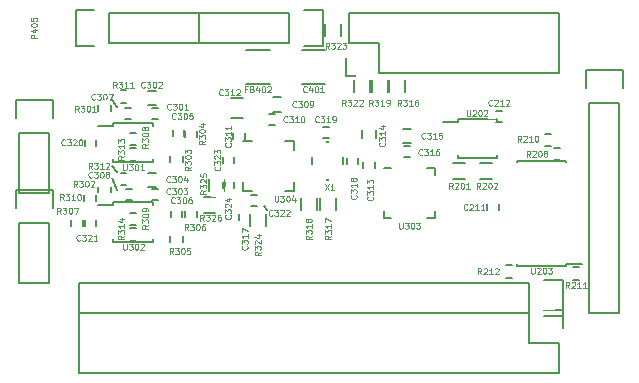
<source format=gto>
G04 #@! TF.FileFunction,Legend,Top*
%FSLAX46Y46*%
G04 Gerber Fmt 4.6, Leading zero omitted, Abs format (unit mm)*
G04 Created by KiCad (PCBNEW 4.0.1-stable) date Friday, February 12, 2016 'PMt' 12:09:39 PM*
%MOMM*%
G01*
G04 APERTURE LIST*
%ADD10C,0.100000*%
%ADD11C,0.200000*%
%ADD12C,0.150000*%
%ADD13C,0.076200*%
%ADD14R,0.627000X1.027000*%
%ADD15R,0.627000X0.727000*%
%ADD16R,1.854200X1.854200*%
%ADD17O,1.854200X1.854200*%
%ADD18R,1.854200X2.159000*%
%ADD19O,1.854200X2.159000*%
%ADD20R,1.577000X0.577000*%
%ADD21R,0.857000X0.427000*%
%ADD22R,0.427000X0.857000*%
%ADD23R,1.377000X1.377000*%
%ADD24R,0.727000X0.627000*%
%ADD25R,1.327000X1.527000*%
%ADD26R,0.927000X0.877000*%
%ADD27R,0.877000X0.927000*%
%ADD28R,1.027000X2.627000*%
%ADD29R,1.027000X0.627000*%
%ADD30R,1.127000X2.627000*%
%ADD31R,1.127000X1.377000*%
%ADD32R,0.727000X0.527000*%
%ADD33R,0.527000X0.727000*%
%ADD34R,2.159000X1.854200*%
%ADD35O,2.159000X1.854200*%
%ADD36R,1.627000X0.727000*%
%ADD37R,0.927000X0.327000*%
%ADD38R,0.327000X0.927000*%
%ADD39R,1.627000X1.627000*%
G04 APERTURE END LIST*
D10*
D11*
X189900000Y-86500000D02*
X189600000Y-86200000D01*
X176784000Y-77216000D02*
X177165000Y-77851000D01*
X176784000Y-82804000D02*
X177165000Y-83312000D01*
X176784000Y-83820000D02*
X177165000Y-84836000D01*
D12*
X205650000Y-82525000D02*
X206650000Y-82525000D01*
X206650000Y-83875000D02*
X205650000Y-83875000D01*
X196625000Y-82150000D02*
X196625000Y-82650000D01*
X197575000Y-82650000D02*
X197575000Y-82150000D01*
X173990000Y-100330000D02*
X214630000Y-100330000D01*
X212090000Y-95250000D02*
X173990000Y-95250000D01*
X173990000Y-100330000D02*
X173990000Y-95250000D01*
X214630000Y-100330000D02*
X214630000Y-97790000D01*
X214910000Y-96520000D02*
X214910000Y-94970000D01*
X214630000Y-97790000D02*
X212090000Y-97790000D01*
X212090000Y-97790000D02*
X212090000Y-95250000D01*
X214910000Y-94970000D02*
X213360000Y-94970000D01*
X212090000Y-92710000D02*
X173990000Y-92710000D01*
X173990000Y-92710000D02*
X173990000Y-95250000D01*
X173990000Y-95250000D02*
X212090000Y-95250000D01*
X214910000Y-95530000D02*
X213360000Y-95530000D01*
X212090000Y-95250000D02*
X212090000Y-92710000D01*
X213360000Y-92430000D02*
X214910000Y-92430000D01*
X214910000Y-92430000D02*
X214910000Y-95530000D01*
X191770000Y-69850000D02*
X184150000Y-69850000D01*
X191770000Y-72390000D02*
X184150000Y-72390000D01*
X194590000Y-72670000D02*
X193040000Y-72670000D01*
X184150000Y-69850000D02*
X184150000Y-72390000D01*
X191770000Y-72390000D02*
X191770000Y-69850000D01*
X193040000Y-69570000D02*
X194590000Y-69570000D01*
X194590000Y-69570000D02*
X194590000Y-72670000D01*
X214630000Y-69850000D02*
X196850000Y-69850000D01*
X199390000Y-74930000D02*
X214630000Y-74930000D01*
X214630000Y-69850000D02*
X214630000Y-74930000D01*
X196850000Y-69850000D02*
X196850000Y-72390000D01*
X196570000Y-73660000D02*
X196570000Y-75210000D01*
X196850000Y-72390000D02*
X199390000Y-72390000D01*
X199390000Y-72390000D02*
X199390000Y-74930000D01*
X196570000Y-75210000D02*
X198120000Y-75210000D01*
X176844102Y-79129258D02*
X176844102Y-79379258D01*
X180194102Y-79129258D02*
X180194102Y-79379258D01*
X180194102Y-82479258D02*
X180194102Y-82229258D01*
X176844102Y-82479258D02*
X176844102Y-82229258D01*
X176844102Y-79129258D02*
X180194102Y-79129258D01*
X176844102Y-82479258D02*
X180194102Y-82479258D01*
X176844102Y-79379258D02*
X175594102Y-79379258D01*
X176844102Y-85894258D02*
X176844102Y-86144258D01*
X180194102Y-85894258D02*
X180194102Y-86144258D01*
X180194102Y-89244258D02*
X180194102Y-88994258D01*
X176844102Y-89244258D02*
X176844102Y-88994258D01*
X176844102Y-85894258D02*
X180194102Y-85894258D01*
X176844102Y-89244258D02*
X180194102Y-89244258D01*
X176844102Y-86144258D02*
X175594102Y-86144258D01*
X192142000Y-80654000D02*
X192142000Y-81429000D01*
X187842000Y-84954000D02*
X187842000Y-84179000D01*
X192142000Y-84954000D02*
X192142000Y-84179000D01*
X187842000Y-80654000D02*
X188617000Y-80654000D01*
X187842000Y-84954000D02*
X188617000Y-84954000D01*
X192142000Y-84954000D02*
X191367000Y-84954000D01*
X192142000Y-80654000D02*
X191367000Y-80654000D01*
X180169102Y-78804258D02*
X180669102Y-78804258D01*
X180669102Y-77854258D02*
X180169102Y-77854258D01*
X180169102Y-85669258D02*
X180669102Y-85669258D01*
X180669102Y-84719258D02*
X180169102Y-84719258D01*
X178319102Y-77854258D02*
X177819102Y-77854258D01*
X177819102Y-78804258D02*
X178319102Y-78804258D01*
X178419102Y-84719258D02*
X177919102Y-84719258D01*
X177919102Y-85669258D02*
X178419102Y-85669258D01*
X190550000Y-78425000D02*
X190050000Y-78425000D01*
X190050000Y-79375000D02*
X190550000Y-79375000D01*
X187975000Y-80550000D02*
X187975000Y-80050000D01*
X187025000Y-80050000D02*
X187025000Y-80550000D01*
X198025000Y-82500000D02*
X198025000Y-83000000D01*
X198975000Y-83000000D02*
X198975000Y-82500000D01*
X201950000Y-81125000D02*
X201450000Y-81125000D01*
X201450000Y-82075000D02*
X201950000Y-82075000D01*
X188435000Y-87372000D02*
X188435000Y-86872000D01*
X187485000Y-86872000D02*
X187485000Y-87372000D01*
X193700000Y-84000000D02*
X193700000Y-80800000D01*
X193700000Y-80800000D02*
X196300000Y-80800000D01*
X196300000Y-80800000D02*
X196300000Y-84000000D01*
X196300000Y-84000000D02*
X193700000Y-84000000D01*
X180469102Y-77629258D02*
X179769102Y-77629258D01*
X179769102Y-76429258D02*
X180469102Y-76429258D01*
X180469102Y-84594258D02*
X179769102Y-84594258D01*
X179769102Y-83394258D02*
X180469102Y-83394258D01*
X190350000Y-77000000D02*
X191050000Y-77000000D01*
X191050000Y-78200000D02*
X190350000Y-78200000D01*
X199100000Y-79750000D02*
X199100000Y-80450000D01*
X197900000Y-80450000D02*
X197900000Y-79750000D01*
X201400000Y-79650000D02*
X202100000Y-79650000D01*
X202100000Y-80850000D02*
X201400000Y-80850000D01*
X195150000Y-79525000D02*
X194650000Y-79525000D01*
X194650000Y-80475000D02*
X195150000Y-80475000D01*
X190103000Y-75897000D02*
X188103000Y-75897000D01*
X188103000Y-72947000D02*
X190103000Y-72947000D01*
X201575000Y-75500000D02*
X201575000Y-76500000D01*
X200225000Y-76500000D02*
X200225000Y-75500000D01*
X194325000Y-86500000D02*
X194325000Y-85500000D01*
X195675000Y-85500000D02*
X195675000Y-86500000D01*
X192725000Y-86500000D02*
X192725000Y-85500000D01*
X194075000Y-85500000D02*
X194075000Y-86500000D01*
X200075000Y-75500000D02*
X200075000Y-76500000D01*
X198725000Y-76500000D02*
X198725000Y-75500000D01*
X198575000Y-75500000D02*
X198575000Y-76500000D01*
X197225000Y-76500000D02*
X197225000Y-75500000D01*
X192802000Y-75897000D02*
X194802000Y-75897000D01*
X194802000Y-72947000D02*
X192802000Y-72947000D01*
X186800000Y-78750000D02*
X187800000Y-78750000D01*
X187800000Y-77050000D02*
X186800000Y-77050000D01*
X181909102Y-79779258D02*
X181909102Y-80279258D01*
X182859102Y-80279258D02*
X182859102Y-79779258D01*
X181744102Y-86644258D02*
X181744102Y-87144258D01*
X182694102Y-87144258D02*
X182694102Y-86644258D01*
X176644102Y-78179258D02*
X176644102Y-77679258D01*
X175594102Y-77679258D02*
X175594102Y-78179258D01*
X176644102Y-85044258D02*
X176644102Y-84544258D01*
X175594102Y-84544258D02*
X175594102Y-85044258D01*
X182744102Y-82479258D02*
X182744102Y-81979258D01*
X181694102Y-81979258D02*
X181694102Y-82479258D01*
X182894102Y-79879258D02*
X182894102Y-80379258D01*
X183944102Y-80379258D02*
X183944102Y-79879258D01*
X182744102Y-89244258D02*
X182744102Y-88744258D01*
X181694102Y-88744258D02*
X181694102Y-89244258D01*
X182894102Y-86644258D02*
X182894102Y-87144258D01*
X183944102Y-87144258D02*
X183944102Y-86644258D01*
X174309102Y-87879258D02*
X174309102Y-87379258D01*
X173259102Y-87379258D02*
X173259102Y-87879258D01*
X178769102Y-80004258D02*
X178269102Y-80004258D01*
X178269102Y-81054258D02*
X178769102Y-81054258D01*
X178769102Y-86769258D02*
X178269102Y-86769258D01*
X178269102Y-87819258D02*
X178769102Y-87819258D01*
X175409102Y-85779258D02*
X175409102Y-85279258D01*
X174359102Y-85279258D02*
X174359102Y-85779258D01*
X177969102Y-76404258D02*
X177469102Y-76404258D01*
X177469102Y-77454258D02*
X177969102Y-77454258D01*
X177969102Y-83369258D02*
X177469102Y-83369258D01*
X177469102Y-84419258D02*
X177969102Y-84419258D01*
X178769102Y-81304258D02*
X178269102Y-81304258D01*
X178269102Y-82354258D02*
X178769102Y-82354258D01*
X178769102Y-88069258D02*
X178269102Y-88069258D01*
X178269102Y-89119258D02*
X178769102Y-89119258D01*
X168910000Y-80010000D02*
X168910000Y-85090000D01*
X168910000Y-85090000D02*
X171450000Y-85090000D01*
X171450000Y-85090000D02*
X171450000Y-80010000D01*
X171730000Y-77190000D02*
X171730000Y-78740000D01*
X171450000Y-80010000D02*
X168910000Y-80010000D01*
X168630000Y-78740000D02*
X168630000Y-77190000D01*
X168630000Y-77190000D02*
X171730000Y-77190000D01*
X168910000Y-87630000D02*
X168910000Y-92710000D01*
X168910000Y-92710000D02*
X171450000Y-92710000D01*
X171450000Y-92710000D02*
X171450000Y-87630000D01*
X171730000Y-84810000D02*
X171730000Y-86360000D01*
X171450000Y-87630000D02*
X168910000Y-87630000D01*
X168630000Y-86360000D02*
X168630000Y-84810000D01*
X168630000Y-84810000D02*
X171730000Y-84810000D01*
X194825000Y-71800000D02*
X194825000Y-70800000D01*
X196175000Y-70800000D02*
X196175000Y-71800000D01*
X174444102Y-80579258D02*
X174444102Y-81079258D01*
X175394102Y-81079258D02*
X175394102Y-80579258D01*
X174444102Y-87344258D02*
X174444102Y-87844258D01*
X175394102Y-87844258D02*
X175394102Y-87344258D01*
X208525000Y-86050000D02*
X208525000Y-86550000D01*
X209475000Y-86550000D02*
X209475000Y-86050000D01*
X207900000Y-82525000D02*
X208900000Y-82525000D01*
X208900000Y-83875000D02*
X207900000Y-83875000D01*
X214700000Y-81275000D02*
X214200000Y-81275000D01*
X214200000Y-82325000D02*
X214700000Y-82325000D01*
X213400000Y-81125000D02*
X213900000Y-81125000D01*
X213900000Y-80075000D02*
X213400000Y-80075000D01*
X206025000Y-78800000D02*
X206025000Y-79050000D01*
X209375000Y-78800000D02*
X209375000Y-79050000D01*
X209375000Y-82150000D02*
X209375000Y-81900000D01*
X206025000Y-82150000D02*
X206025000Y-81900000D01*
X206025000Y-78800000D02*
X209375000Y-78800000D01*
X206025000Y-82150000D02*
X209375000Y-82150000D01*
X206025000Y-79050000D02*
X204775000Y-79050000D01*
X215175000Y-91250000D02*
X215175000Y-91135000D01*
X211025000Y-91250000D02*
X211025000Y-91135000D01*
X211025000Y-82350000D02*
X211025000Y-82465000D01*
X215175000Y-82350000D02*
X215175000Y-82465000D01*
X215175000Y-91250000D02*
X211025000Y-91250000D01*
X215175000Y-82350000D02*
X211025000Y-82350000D01*
X215175000Y-91135000D02*
X216550000Y-91135000D01*
X219710000Y-77470000D02*
X219710000Y-95250000D01*
X219710000Y-95250000D02*
X217170000Y-95250000D01*
X217170000Y-95250000D02*
X217170000Y-77470000D01*
X219990000Y-74650000D02*
X219990000Y-76200000D01*
X219710000Y-77470000D02*
X217170000Y-77470000D01*
X216890000Y-76200000D02*
X216890000Y-74650000D01*
X216890000Y-74650000D02*
X219990000Y-74650000D01*
X209250000Y-79075000D02*
X209750000Y-79075000D01*
X209750000Y-78125000D02*
X209250000Y-78125000D01*
X216300000Y-91375000D02*
X215800000Y-91375000D01*
X215800000Y-92425000D02*
X216300000Y-92425000D01*
X210150000Y-92275000D02*
X210650000Y-92275000D01*
X210650000Y-91225000D02*
X210150000Y-91225000D01*
X189778000Y-86876000D02*
X189778000Y-87876000D01*
X188428000Y-87876000D02*
X188428000Y-86876000D01*
X189000000Y-85275000D02*
X188500000Y-85275000D01*
X188500000Y-86225000D02*
X189000000Y-86225000D01*
X204080000Y-82940000D02*
X204080000Y-83565000D01*
X199780000Y-87240000D02*
X199780000Y-86615000D01*
X204080000Y-87240000D02*
X204080000Y-86615000D01*
X199780000Y-82940000D02*
X200405000Y-82940000D01*
X199780000Y-87240000D02*
X200405000Y-87240000D01*
X204080000Y-87240000D02*
X203455000Y-87240000D01*
X204080000Y-82940000D02*
X203455000Y-82940000D01*
X186125000Y-82050000D02*
X186125000Y-82550000D01*
X187075000Y-82550000D02*
X187075000Y-82050000D01*
X187075000Y-84650000D02*
X187075000Y-84150000D01*
X186125000Y-84150000D02*
X186125000Y-84650000D01*
X176530000Y-72390000D02*
X184150000Y-72390000D01*
X176530000Y-69850000D02*
X184150000Y-69850000D01*
X173710000Y-69570000D02*
X175260000Y-69570000D01*
X184150000Y-72390000D02*
X184150000Y-69850000D01*
X176530000Y-69850000D02*
X176530000Y-72390000D01*
X175260000Y-72670000D02*
X173710000Y-72670000D01*
X173710000Y-72670000D02*
X173710000Y-69570000D01*
X185500000Y-86775000D02*
X184500000Y-86775000D01*
X184500000Y-85425000D02*
X185500000Y-85425000D01*
X186275000Y-83900000D02*
X186275000Y-84900000D01*
X184925000Y-84900000D02*
X184925000Y-83900000D01*
D13*
X205581523Y-84729810D02*
X205412190Y-84487905D01*
X205291237Y-84729810D02*
X205291237Y-84221810D01*
X205484761Y-84221810D01*
X205533142Y-84246000D01*
X205557333Y-84270190D01*
X205581523Y-84318571D01*
X205581523Y-84391143D01*
X205557333Y-84439524D01*
X205533142Y-84463714D01*
X205484761Y-84487905D01*
X205291237Y-84487905D01*
X205775047Y-84270190D02*
X205799237Y-84246000D01*
X205847618Y-84221810D01*
X205968571Y-84221810D01*
X206016952Y-84246000D01*
X206041142Y-84270190D01*
X206065333Y-84318571D01*
X206065333Y-84366952D01*
X206041142Y-84439524D01*
X205750856Y-84729810D01*
X206065333Y-84729810D01*
X206379809Y-84221810D02*
X206428190Y-84221810D01*
X206476571Y-84246000D01*
X206500762Y-84270190D01*
X206524952Y-84318571D01*
X206549143Y-84415333D01*
X206549143Y-84536286D01*
X206524952Y-84633048D01*
X206500762Y-84681429D01*
X206476571Y-84705619D01*
X206428190Y-84729810D01*
X206379809Y-84729810D01*
X206331428Y-84705619D01*
X206307238Y-84681429D01*
X206283047Y-84633048D01*
X206258857Y-84536286D01*
X206258857Y-84415333D01*
X206283047Y-84318571D01*
X206307238Y-84270190D01*
X206331428Y-84246000D01*
X206379809Y-84221810D01*
X207032953Y-84729810D02*
X206742667Y-84729810D01*
X206887810Y-84729810D02*
X206887810Y-84221810D01*
X206839429Y-84294381D01*
X206791048Y-84342762D01*
X206742667Y-84366952D01*
X197412429Y-85277477D02*
X197436619Y-85301667D01*
X197460810Y-85374239D01*
X197460810Y-85422620D01*
X197436619Y-85495191D01*
X197388238Y-85543572D01*
X197339857Y-85567763D01*
X197243095Y-85591953D01*
X197170524Y-85591953D01*
X197073762Y-85567763D01*
X197025381Y-85543572D01*
X196977000Y-85495191D01*
X196952810Y-85422620D01*
X196952810Y-85374239D01*
X196977000Y-85301667D01*
X197001190Y-85277477D01*
X196952810Y-85108144D02*
X196952810Y-84793667D01*
X197146333Y-84963001D01*
X197146333Y-84890429D01*
X197170524Y-84842048D01*
X197194714Y-84817858D01*
X197243095Y-84793667D01*
X197364048Y-84793667D01*
X197412429Y-84817858D01*
X197436619Y-84842048D01*
X197460810Y-84890429D01*
X197460810Y-85035572D01*
X197436619Y-85083953D01*
X197412429Y-85108144D01*
X197460810Y-84309857D02*
X197460810Y-84600143D01*
X197460810Y-84455000D02*
X196952810Y-84455000D01*
X197025381Y-84503381D01*
X197073762Y-84551762D01*
X197097952Y-84600143D01*
X197170524Y-84019571D02*
X197146333Y-84067952D01*
X197122143Y-84092143D01*
X197073762Y-84116333D01*
X197049571Y-84116333D01*
X197001190Y-84092143D01*
X196977000Y-84067952D01*
X196952810Y-84019571D01*
X196952810Y-83922809D01*
X196977000Y-83874428D01*
X197001190Y-83850238D01*
X197049571Y-83826047D01*
X197073762Y-83826047D01*
X197122143Y-83850238D01*
X197146333Y-83874428D01*
X197170524Y-83922809D01*
X197170524Y-84019571D01*
X197194714Y-84067952D01*
X197218905Y-84092143D01*
X197267286Y-84116333D01*
X197364048Y-84116333D01*
X197412429Y-84092143D01*
X197436619Y-84067952D01*
X197460810Y-84019571D01*
X197460810Y-83922809D01*
X197436619Y-83874428D01*
X197412429Y-83850238D01*
X197364048Y-83826047D01*
X197267286Y-83826047D01*
X197218905Y-83850238D01*
X197194714Y-83874428D01*
X197170524Y-83922809D01*
X177691142Y-82652810D02*
X177691142Y-83064048D01*
X177715333Y-83112429D01*
X177739523Y-83136619D01*
X177787904Y-83160810D01*
X177884666Y-83160810D01*
X177933047Y-83136619D01*
X177957238Y-83112429D01*
X177981428Y-83064048D01*
X177981428Y-82652810D01*
X178174951Y-82652810D02*
X178489428Y-82652810D01*
X178320094Y-82846333D01*
X178392666Y-82846333D01*
X178441047Y-82870524D01*
X178465237Y-82894714D01*
X178489428Y-82943095D01*
X178489428Y-83064048D01*
X178465237Y-83112429D01*
X178441047Y-83136619D01*
X178392666Y-83160810D01*
X178247523Y-83160810D01*
X178199142Y-83136619D01*
X178174951Y-83112429D01*
X178803904Y-82652810D02*
X178852285Y-82652810D01*
X178900666Y-82677000D01*
X178924857Y-82701190D01*
X178949047Y-82749571D01*
X178973238Y-82846333D01*
X178973238Y-82967286D01*
X178949047Y-83064048D01*
X178924857Y-83112429D01*
X178900666Y-83136619D01*
X178852285Y-83160810D01*
X178803904Y-83160810D01*
X178755523Y-83136619D01*
X178731333Y-83112429D01*
X178707142Y-83064048D01*
X178682952Y-82967286D01*
X178682952Y-82846333D01*
X178707142Y-82749571D01*
X178731333Y-82701190D01*
X178755523Y-82677000D01*
X178803904Y-82652810D01*
X179457048Y-83160810D02*
X179166762Y-83160810D01*
X179311905Y-83160810D02*
X179311905Y-82652810D01*
X179263524Y-82725381D01*
X179215143Y-82773762D01*
X179166762Y-82797952D01*
X177691142Y-89383810D02*
X177691142Y-89795048D01*
X177715333Y-89843429D01*
X177739523Y-89867619D01*
X177787904Y-89891810D01*
X177884666Y-89891810D01*
X177933047Y-89867619D01*
X177957238Y-89843429D01*
X177981428Y-89795048D01*
X177981428Y-89383810D01*
X178174951Y-89383810D02*
X178489428Y-89383810D01*
X178320094Y-89577333D01*
X178392666Y-89577333D01*
X178441047Y-89601524D01*
X178465237Y-89625714D01*
X178489428Y-89674095D01*
X178489428Y-89795048D01*
X178465237Y-89843429D01*
X178441047Y-89867619D01*
X178392666Y-89891810D01*
X178247523Y-89891810D01*
X178199142Y-89867619D01*
X178174951Y-89843429D01*
X178803904Y-89383810D02*
X178852285Y-89383810D01*
X178900666Y-89408000D01*
X178924857Y-89432190D01*
X178949047Y-89480571D01*
X178973238Y-89577333D01*
X178973238Y-89698286D01*
X178949047Y-89795048D01*
X178924857Y-89843429D01*
X178900666Y-89867619D01*
X178852285Y-89891810D01*
X178803904Y-89891810D01*
X178755523Y-89867619D01*
X178731333Y-89843429D01*
X178707142Y-89795048D01*
X178682952Y-89698286D01*
X178682952Y-89577333D01*
X178707142Y-89480571D01*
X178731333Y-89432190D01*
X178755523Y-89408000D01*
X178803904Y-89383810D01*
X179166762Y-89432190D02*
X179190952Y-89408000D01*
X179239333Y-89383810D01*
X179360286Y-89383810D01*
X179408667Y-89408000D01*
X179432857Y-89432190D01*
X179457048Y-89480571D01*
X179457048Y-89528952D01*
X179432857Y-89601524D01*
X179142571Y-89891810D01*
X179457048Y-89891810D01*
X190518142Y-85319810D02*
X190518142Y-85731048D01*
X190542333Y-85779429D01*
X190566523Y-85803619D01*
X190614904Y-85827810D01*
X190711666Y-85827810D01*
X190760047Y-85803619D01*
X190784238Y-85779429D01*
X190808428Y-85731048D01*
X190808428Y-85319810D01*
X191001951Y-85319810D02*
X191316428Y-85319810D01*
X191147094Y-85513333D01*
X191219666Y-85513333D01*
X191268047Y-85537524D01*
X191292237Y-85561714D01*
X191316428Y-85610095D01*
X191316428Y-85731048D01*
X191292237Y-85779429D01*
X191268047Y-85803619D01*
X191219666Y-85827810D01*
X191074523Y-85827810D01*
X191026142Y-85803619D01*
X191001951Y-85779429D01*
X191630904Y-85319810D02*
X191679285Y-85319810D01*
X191727666Y-85344000D01*
X191751857Y-85368190D01*
X191776047Y-85416571D01*
X191800238Y-85513333D01*
X191800238Y-85634286D01*
X191776047Y-85731048D01*
X191751857Y-85779429D01*
X191727666Y-85803619D01*
X191679285Y-85827810D01*
X191630904Y-85827810D01*
X191582523Y-85803619D01*
X191558333Y-85779429D01*
X191534142Y-85731048D01*
X191509952Y-85634286D01*
X191509952Y-85513333D01*
X191534142Y-85416571D01*
X191558333Y-85368190D01*
X191582523Y-85344000D01*
X191630904Y-85319810D01*
X192235667Y-85489143D02*
X192235667Y-85827810D01*
X192114714Y-85295619D02*
X191993762Y-85658476D01*
X192308238Y-85658476D01*
X181731523Y-77981429D02*
X181707333Y-78005619D01*
X181634761Y-78029810D01*
X181586380Y-78029810D01*
X181513809Y-78005619D01*
X181465428Y-77957238D01*
X181441237Y-77908857D01*
X181417047Y-77812095D01*
X181417047Y-77739524D01*
X181441237Y-77642762D01*
X181465428Y-77594381D01*
X181513809Y-77546000D01*
X181586380Y-77521810D01*
X181634761Y-77521810D01*
X181707333Y-77546000D01*
X181731523Y-77570190D01*
X181900856Y-77521810D02*
X182215333Y-77521810D01*
X182045999Y-77715333D01*
X182118571Y-77715333D01*
X182166952Y-77739524D01*
X182191142Y-77763714D01*
X182215333Y-77812095D01*
X182215333Y-77933048D01*
X182191142Y-77981429D01*
X182166952Y-78005619D01*
X182118571Y-78029810D01*
X181973428Y-78029810D01*
X181925047Y-78005619D01*
X181900856Y-77981429D01*
X182529809Y-77521810D02*
X182578190Y-77521810D01*
X182626571Y-77546000D01*
X182650762Y-77570190D01*
X182674952Y-77618571D01*
X182699143Y-77715333D01*
X182699143Y-77836286D01*
X182674952Y-77933048D01*
X182650762Y-77981429D01*
X182626571Y-78005619D01*
X182578190Y-78029810D01*
X182529809Y-78029810D01*
X182481428Y-78005619D01*
X182457238Y-77981429D01*
X182433047Y-77933048D01*
X182408857Y-77836286D01*
X182408857Y-77715333D01*
X182433047Y-77618571D01*
X182457238Y-77570190D01*
X182481428Y-77546000D01*
X182529809Y-77521810D01*
X183182953Y-78029810D02*
X182892667Y-78029810D01*
X183037810Y-78029810D02*
X183037810Y-77521810D01*
X182989429Y-77594381D01*
X182941048Y-77642762D01*
X182892667Y-77666952D01*
X181676523Y-85144429D02*
X181652333Y-85168619D01*
X181579761Y-85192810D01*
X181531380Y-85192810D01*
X181458809Y-85168619D01*
X181410428Y-85120238D01*
X181386237Y-85071857D01*
X181362047Y-84975095D01*
X181362047Y-84902524D01*
X181386237Y-84805762D01*
X181410428Y-84757381D01*
X181458809Y-84709000D01*
X181531380Y-84684810D01*
X181579761Y-84684810D01*
X181652333Y-84709000D01*
X181676523Y-84733190D01*
X181845856Y-84684810D02*
X182160333Y-84684810D01*
X181990999Y-84878333D01*
X182063571Y-84878333D01*
X182111952Y-84902524D01*
X182136142Y-84926714D01*
X182160333Y-84975095D01*
X182160333Y-85096048D01*
X182136142Y-85144429D01*
X182111952Y-85168619D01*
X182063571Y-85192810D01*
X181918428Y-85192810D01*
X181870047Y-85168619D01*
X181845856Y-85144429D01*
X182474809Y-84684810D02*
X182523190Y-84684810D01*
X182571571Y-84709000D01*
X182595762Y-84733190D01*
X182619952Y-84781571D01*
X182644143Y-84878333D01*
X182644143Y-84999286D01*
X182619952Y-85096048D01*
X182595762Y-85144429D01*
X182571571Y-85168619D01*
X182523190Y-85192810D01*
X182474809Y-85192810D01*
X182426428Y-85168619D01*
X182402238Y-85144429D01*
X182378047Y-85096048D01*
X182353857Y-84999286D01*
X182353857Y-84878333D01*
X182378047Y-84781571D01*
X182402238Y-84733190D01*
X182426428Y-84709000D01*
X182474809Y-84684810D01*
X182813476Y-84684810D02*
X183127953Y-84684810D01*
X182958619Y-84878333D01*
X183031191Y-84878333D01*
X183079572Y-84902524D01*
X183103762Y-84926714D01*
X183127953Y-84975095D01*
X183127953Y-85096048D01*
X183103762Y-85144429D01*
X183079572Y-85168619D01*
X183031191Y-85192810D01*
X182886048Y-85192810D01*
X182837667Y-85168619D01*
X182813476Y-85144429D01*
X175326523Y-77143429D02*
X175302333Y-77167619D01*
X175229761Y-77191810D01*
X175181380Y-77191810D01*
X175108809Y-77167619D01*
X175060428Y-77119238D01*
X175036237Y-77070857D01*
X175012047Y-76974095D01*
X175012047Y-76901524D01*
X175036237Y-76804762D01*
X175060428Y-76756381D01*
X175108809Y-76708000D01*
X175181380Y-76683810D01*
X175229761Y-76683810D01*
X175302333Y-76708000D01*
X175326523Y-76732190D01*
X175495856Y-76683810D02*
X175810333Y-76683810D01*
X175640999Y-76877333D01*
X175713571Y-76877333D01*
X175761952Y-76901524D01*
X175786142Y-76925714D01*
X175810333Y-76974095D01*
X175810333Y-77095048D01*
X175786142Y-77143429D01*
X175761952Y-77167619D01*
X175713571Y-77191810D01*
X175568428Y-77191810D01*
X175520047Y-77167619D01*
X175495856Y-77143429D01*
X176124809Y-76683810D02*
X176173190Y-76683810D01*
X176221571Y-76708000D01*
X176245762Y-76732190D01*
X176269952Y-76780571D01*
X176294143Y-76877333D01*
X176294143Y-76998286D01*
X176269952Y-77095048D01*
X176245762Y-77143429D01*
X176221571Y-77167619D01*
X176173190Y-77191810D01*
X176124809Y-77191810D01*
X176076428Y-77167619D01*
X176052238Y-77143429D01*
X176028047Y-77095048D01*
X176003857Y-76998286D01*
X176003857Y-76877333D01*
X176028047Y-76780571D01*
X176052238Y-76732190D01*
X176076428Y-76708000D01*
X176124809Y-76683810D01*
X176463476Y-76683810D02*
X176802143Y-76683810D01*
X176584429Y-77191810D01*
X175072523Y-83747429D02*
X175048333Y-83771619D01*
X174975761Y-83795810D01*
X174927380Y-83795810D01*
X174854809Y-83771619D01*
X174806428Y-83723238D01*
X174782237Y-83674857D01*
X174758047Y-83578095D01*
X174758047Y-83505524D01*
X174782237Y-83408762D01*
X174806428Y-83360381D01*
X174854809Y-83312000D01*
X174927380Y-83287810D01*
X174975761Y-83287810D01*
X175048333Y-83312000D01*
X175072523Y-83336190D01*
X175241856Y-83287810D02*
X175556333Y-83287810D01*
X175386999Y-83481333D01*
X175459571Y-83481333D01*
X175507952Y-83505524D01*
X175532142Y-83529714D01*
X175556333Y-83578095D01*
X175556333Y-83699048D01*
X175532142Y-83747429D01*
X175507952Y-83771619D01*
X175459571Y-83795810D01*
X175314428Y-83795810D01*
X175266047Y-83771619D01*
X175241856Y-83747429D01*
X175870809Y-83287810D02*
X175919190Y-83287810D01*
X175967571Y-83312000D01*
X175991762Y-83336190D01*
X176015952Y-83384571D01*
X176040143Y-83481333D01*
X176040143Y-83602286D01*
X176015952Y-83699048D01*
X175991762Y-83747429D01*
X175967571Y-83771619D01*
X175919190Y-83795810D01*
X175870809Y-83795810D01*
X175822428Y-83771619D01*
X175798238Y-83747429D01*
X175774047Y-83699048D01*
X175749857Y-83602286D01*
X175749857Y-83481333D01*
X175774047Y-83384571D01*
X175798238Y-83336190D01*
X175822428Y-83312000D01*
X175870809Y-83287810D01*
X176330429Y-83505524D02*
X176282048Y-83481333D01*
X176257857Y-83457143D01*
X176233667Y-83408762D01*
X176233667Y-83384571D01*
X176257857Y-83336190D01*
X176282048Y-83312000D01*
X176330429Y-83287810D01*
X176427191Y-83287810D01*
X176475572Y-83312000D01*
X176499762Y-83336190D01*
X176523953Y-83384571D01*
X176523953Y-83408762D01*
X176499762Y-83457143D01*
X176475572Y-83481333D01*
X176427191Y-83505524D01*
X176330429Y-83505524D01*
X176282048Y-83529714D01*
X176257857Y-83553905D01*
X176233667Y-83602286D01*
X176233667Y-83699048D01*
X176257857Y-83747429D01*
X176282048Y-83771619D01*
X176330429Y-83795810D01*
X176427191Y-83795810D01*
X176475572Y-83771619D01*
X176499762Y-83747429D01*
X176523953Y-83699048D01*
X176523953Y-83602286D01*
X176499762Y-83553905D01*
X176475572Y-83529714D01*
X176427191Y-83505524D01*
X191582523Y-79048429D02*
X191558333Y-79072619D01*
X191485761Y-79096810D01*
X191437380Y-79096810D01*
X191364809Y-79072619D01*
X191316428Y-79024238D01*
X191292237Y-78975857D01*
X191268047Y-78879095D01*
X191268047Y-78806524D01*
X191292237Y-78709762D01*
X191316428Y-78661381D01*
X191364809Y-78613000D01*
X191437380Y-78588810D01*
X191485761Y-78588810D01*
X191558333Y-78613000D01*
X191582523Y-78637190D01*
X191751856Y-78588810D02*
X192066333Y-78588810D01*
X191896999Y-78782333D01*
X191969571Y-78782333D01*
X192017952Y-78806524D01*
X192042142Y-78830714D01*
X192066333Y-78879095D01*
X192066333Y-79000048D01*
X192042142Y-79048429D01*
X192017952Y-79072619D01*
X191969571Y-79096810D01*
X191824428Y-79096810D01*
X191776047Y-79072619D01*
X191751856Y-79048429D01*
X192550143Y-79096810D02*
X192259857Y-79096810D01*
X192405000Y-79096810D02*
X192405000Y-78588810D01*
X192356619Y-78661381D01*
X192308238Y-78709762D01*
X192259857Y-78733952D01*
X192864619Y-78588810D02*
X192913000Y-78588810D01*
X192961381Y-78613000D01*
X192985572Y-78637190D01*
X193009762Y-78685571D01*
X193033953Y-78782333D01*
X193033953Y-78903286D01*
X193009762Y-79000048D01*
X192985572Y-79048429D01*
X192961381Y-79072619D01*
X192913000Y-79096810D01*
X192864619Y-79096810D01*
X192816238Y-79072619D01*
X192792048Y-79048429D01*
X192767857Y-79000048D01*
X192743667Y-78903286D01*
X192743667Y-78782333D01*
X192767857Y-78685571D01*
X192792048Y-78637190D01*
X192816238Y-78613000D01*
X192864619Y-78588810D01*
X186781429Y-80868477D02*
X186805619Y-80892667D01*
X186829810Y-80965239D01*
X186829810Y-81013620D01*
X186805619Y-81086191D01*
X186757238Y-81134572D01*
X186708857Y-81158763D01*
X186612095Y-81182953D01*
X186539524Y-81182953D01*
X186442762Y-81158763D01*
X186394381Y-81134572D01*
X186346000Y-81086191D01*
X186321810Y-81013620D01*
X186321810Y-80965239D01*
X186346000Y-80892667D01*
X186370190Y-80868477D01*
X186321810Y-80699144D02*
X186321810Y-80384667D01*
X186515333Y-80554001D01*
X186515333Y-80481429D01*
X186539524Y-80433048D01*
X186563714Y-80408858D01*
X186612095Y-80384667D01*
X186733048Y-80384667D01*
X186781429Y-80408858D01*
X186805619Y-80433048D01*
X186829810Y-80481429D01*
X186829810Y-80626572D01*
X186805619Y-80674953D01*
X186781429Y-80699144D01*
X186829810Y-79900857D02*
X186829810Y-80191143D01*
X186829810Y-80046000D02*
X186321810Y-80046000D01*
X186394381Y-80094381D01*
X186442762Y-80142762D01*
X186466952Y-80191143D01*
X186829810Y-79417047D02*
X186829810Y-79707333D01*
X186829810Y-79562190D02*
X186321810Y-79562190D01*
X186394381Y-79610571D01*
X186442762Y-79658952D01*
X186466952Y-79707333D01*
X198809429Y-85404477D02*
X198833619Y-85428667D01*
X198857810Y-85501239D01*
X198857810Y-85549620D01*
X198833619Y-85622191D01*
X198785238Y-85670572D01*
X198736857Y-85694763D01*
X198640095Y-85718953D01*
X198567524Y-85718953D01*
X198470762Y-85694763D01*
X198422381Y-85670572D01*
X198374000Y-85622191D01*
X198349810Y-85549620D01*
X198349810Y-85501239D01*
X198374000Y-85428667D01*
X198398190Y-85404477D01*
X198349810Y-85235144D02*
X198349810Y-84920667D01*
X198543333Y-85090001D01*
X198543333Y-85017429D01*
X198567524Y-84969048D01*
X198591714Y-84944858D01*
X198640095Y-84920667D01*
X198761048Y-84920667D01*
X198809429Y-84944858D01*
X198833619Y-84969048D01*
X198857810Y-85017429D01*
X198857810Y-85162572D01*
X198833619Y-85210953D01*
X198809429Y-85235144D01*
X198857810Y-84436857D02*
X198857810Y-84727143D01*
X198857810Y-84582000D02*
X198349810Y-84582000D01*
X198422381Y-84630381D01*
X198470762Y-84678762D01*
X198494952Y-84727143D01*
X198349810Y-84267524D02*
X198349810Y-83953047D01*
X198543333Y-84122381D01*
X198543333Y-84049809D01*
X198567524Y-84001428D01*
X198591714Y-83977238D01*
X198640095Y-83953047D01*
X198761048Y-83953047D01*
X198809429Y-83977238D01*
X198833619Y-84001428D01*
X198857810Y-84049809D01*
X198857810Y-84194952D01*
X198833619Y-84243333D01*
X198809429Y-84267524D01*
X203012523Y-81842429D02*
X202988333Y-81866619D01*
X202915761Y-81890810D01*
X202867380Y-81890810D01*
X202794809Y-81866619D01*
X202746428Y-81818238D01*
X202722237Y-81769857D01*
X202698047Y-81673095D01*
X202698047Y-81600524D01*
X202722237Y-81503762D01*
X202746428Y-81455381D01*
X202794809Y-81407000D01*
X202867380Y-81382810D01*
X202915761Y-81382810D01*
X202988333Y-81407000D01*
X203012523Y-81431190D01*
X203181856Y-81382810D02*
X203496333Y-81382810D01*
X203326999Y-81576333D01*
X203399571Y-81576333D01*
X203447952Y-81600524D01*
X203472142Y-81624714D01*
X203496333Y-81673095D01*
X203496333Y-81794048D01*
X203472142Y-81842429D01*
X203447952Y-81866619D01*
X203399571Y-81890810D01*
X203254428Y-81890810D01*
X203206047Y-81866619D01*
X203181856Y-81842429D01*
X203980143Y-81890810D02*
X203689857Y-81890810D01*
X203835000Y-81890810D02*
X203835000Y-81382810D01*
X203786619Y-81455381D01*
X203738238Y-81503762D01*
X203689857Y-81527952D01*
X204415572Y-81382810D02*
X204318810Y-81382810D01*
X204270429Y-81407000D01*
X204246238Y-81431190D01*
X204197857Y-81503762D01*
X204173667Y-81600524D01*
X204173667Y-81794048D01*
X204197857Y-81842429D01*
X204222048Y-81866619D01*
X204270429Y-81890810D01*
X204367191Y-81890810D01*
X204415572Y-81866619D01*
X204439762Y-81842429D01*
X204463953Y-81794048D01*
X204463953Y-81673095D01*
X204439762Y-81624714D01*
X204415572Y-81600524D01*
X204367191Y-81576333D01*
X204270429Y-81576333D01*
X204222048Y-81600524D01*
X204197857Y-81624714D01*
X204173667Y-81673095D01*
X188181429Y-89568477D02*
X188205619Y-89592667D01*
X188229810Y-89665239D01*
X188229810Y-89713620D01*
X188205619Y-89786191D01*
X188157238Y-89834572D01*
X188108857Y-89858763D01*
X188012095Y-89882953D01*
X187939524Y-89882953D01*
X187842762Y-89858763D01*
X187794381Y-89834572D01*
X187746000Y-89786191D01*
X187721810Y-89713620D01*
X187721810Y-89665239D01*
X187746000Y-89592667D01*
X187770190Y-89568477D01*
X187721810Y-89399144D02*
X187721810Y-89084667D01*
X187915333Y-89254001D01*
X187915333Y-89181429D01*
X187939524Y-89133048D01*
X187963714Y-89108858D01*
X188012095Y-89084667D01*
X188133048Y-89084667D01*
X188181429Y-89108858D01*
X188205619Y-89133048D01*
X188229810Y-89181429D01*
X188229810Y-89326572D01*
X188205619Y-89374953D01*
X188181429Y-89399144D01*
X188229810Y-88600857D02*
X188229810Y-88891143D01*
X188229810Y-88746000D02*
X187721810Y-88746000D01*
X187794381Y-88794381D01*
X187842762Y-88842762D01*
X187866952Y-88891143D01*
X187721810Y-88431524D02*
X187721810Y-88092857D01*
X188229810Y-88310571D01*
X194762361Y-84354610D02*
X195101028Y-84862610D01*
X195101028Y-84354610D02*
X194762361Y-84862610D01*
X195560648Y-84862610D02*
X195270362Y-84862610D01*
X195415505Y-84862610D02*
X195415505Y-84354610D01*
X195367124Y-84427181D01*
X195318743Y-84475562D01*
X195270362Y-84499752D01*
X179517523Y-76127429D02*
X179493333Y-76151619D01*
X179420761Y-76175810D01*
X179372380Y-76175810D01*
X179299809Y-76151619D01*
X179251428Y-76103238D01*
X179227237Y-76054857D01*
X179203047Y-75958095D01*
X179203047Y-75885524D01*
X179227237Y-75788762D01*
X179251428Y-75740381D01*
X179299809Y-75692000D01*
X179372380Y-75667810D01*
X179420761Y-75667810D01*
X179493333Y-75692000D01*
X179517523Y-75716190D01*
X179686856Y-75667810D02*
X180001333Y-75667810D01*
X179831999Y-75861333D01*
X179904571Y-75861333D01*
X179952952Y-75885524D01*
X179977142Y-75909714D01*
X180001333Y-75958095D01*
X180001333Y-76079048D01*
X179977142Y-76127429D01*
X179952952Y-76151619D01*
X179904571Y-76175810D01*
X179759428Y-76175810D01*
X179711047Y-76151619D01*
X179686856Y-76127429D01*
X180315809Y-75667810D02*
X180364190Y-75667810D01*
X180412571Y-75692000D01*
X180436762Y-75716190D01*
X180460952Y-75764571D01*
X180485143Y-75861333D01*
X180485143Y-75982286D01*
X180460952Y-76079048D01*
X180436762Y-76127429D01*
X180412571Y-76151619D01*
X180364190Y-76175810D01*
X180315809Y-76175810D01*
X180267428Y-76151619D01*
X180243238Y-76127429D01*
X180219047Y-76079048D01*
X180194857Y-75982286D01*
X180194857Y-75861333D01*
X180219047Y-75764571D01*
X180243238Y-75716190D01*
X180267428Y-75692000D01*
X180315809Y-75667810D01*
X180678667Y-75716190D02*
X180702857Y-75692000D01*
X180751238Y-75667810D01*
X180872191Y-75667810D01*
X180920572Y-75692000D01*
X180944762Y-75716190D01*
X180968953Y-75764571D01*
X180968953Y-75812952D01*
X180944762Y-75885524D01*
X180654476Y-76175810D01*
X180968953Y-76175810D01*
X181676523Y-84128429D02*
X181652333Y-84152619D01*
X181579761Y-84176810D01*
X181531380Y-84176810D01*
X181458809Y-84152619D01*
X181410428Y-84104238D01*
X181386237Y-84055857D01*
X181362047Y-83959095D01*
X181362047Y-83886524D01*
X181386237Y-83789762D01*
X181410428Y-83741381D01*
X181458809Y-83693000D01*
X181531380Y-83668810D01*
X181579761Y-83668810D01*
X181652333Y-83693000D01*
X181676523Y-83717190D01*
X181845856Y-83668810D02*
X182160333Y-83668810D01*
X181990999Y-83862333D01*
X182063571Y-83862333D01*
X182111952Y-83886524D01*
X182136142Y-83910714D01*
X182160333Y-83959095D01*
X182160333Y-84080048D01*
X182136142Y-84128429D01*
X182111952Y-84152619D01*
X182063571Y-84176810D01*
X181918428Y-84176810D01*
X181870047Y-84152619D01*
X181845856Y-84128429D01*
X182474809Y-83668810D02*
X182523190Y-83668810D01*
X182571571Y-83693000D01*
X182595762Y-83717190D01*
X182619952Y-83765571D01*
X182644143Y-83862333D01*
X182644143Y-83983286D01*
X182619952Y-84080048D01*
X182595762Y-84128429D01*
X182571571Y-84152619D01*
X182523190Y-84176810D01*
X182474809Y-84176810D01*
X182426428Y-84152619D01*
X182402238Y-84128429D01*
X182378047Y-84080048D01*
X182353857Y-83983286D01*
X182353857Y-83862333D01*
X182378047Y-83765571D01*
X182402238Y-83717190D01*
X182426428Y-83693000D01*
X182474809Y-83668810D01*
X183079572Y-83838143D02*
X183079572Y-84176810D01*
X182958619Y-83644619D02*
X182837667Y-84007476D01*
X183152143Y-84007476D01*
X192344523Y-77778429D02*
X192320333Y-77802619D01*
X192247761Y-77826810D01*
X192199380Y-77826810D01*
X192126809Y-77802619D01*
X192078428Y-77754238D01*
X192054237Y-77705857D01*
X192030047Y-77609095D01*
X192030047Y-77536524D01*
X192054237Y-77439762D01*
X192078428Y-77391381D01*
X192126809Y-77343000D01*
X192199380Y-77318810D01*
X192247761Y-77318810D01*
X192320333Y-77343000D01*
X192344523Y-77367190D01*
X192513856Y-77318810D02*
X192828333Y-77318810D01*
X192658999Y-77512333D01*
X192731571Y-77512333D01*
X192779952Y-77536524D01*
X192804142Y-77560714D01*
X192828333Y-77609095D01*
X192828333Y-77730048D01*
X192804142Y-77778429D01*
X192779952Y-77802619D01*
X192731571Y-77826810D01*
X192586428Y-77826810D01*
X192538047Y-77802619D01*
X192513856Y-77778429D01*
X193142809Y-77318810D02*
X193191190Y-77318810D01*
X193239571Y-77343000D01*
X193263762Y-77367190D01*
X193287952Y-77415571D01*
X193312143Y-77512333D01*
X193312143Y-77633286D01*
X193287952Y-77730048D01*
X193263762Y-77778429D01*
X193239571Y-77802619D01*
X193191190Y-77826810D01*
X193142809Y-77826810D01*
X193094428Y-77802619D01*
X193070238Y-77778429D01*
X193046047Y-77730048D01*
X193021857Y-77633286D01*
X193021857Y-77512333D01*
X193046047Y-77415571D01*
X193070238Y-77367190D01*
X193094428Y-77343000D01*
X193142809Y-77318810D01*
X193554048Y-77826810D02*
X193650810Y-77826810D01*
X193699191Y-77802619D01*
X193723381Y-77778429D01*
X193771762Y-77705857D01*
X193795953Y-77609095D01*
X193795953Y-77415571D01*
X193771762Y-77367190D01*
X193747572Y-77343000D01*
X193699191Y-77318810D01*
X193602429Y-77318810D01*
X193554048Y-77343000D01*
X193529857Y-77367190D01*
X193505667Y-77415571D01*
X193505667Y-77536524D01*
X193529857Y-77584905D01*
X193554048Y-77609095D01*
X193602429Y-77633286D01*
X193699191Y-77633286D01*
X193747572Y-77609095D01*
X193771762Y-77584905D01*
X193795953Y-77536524D01*
X199825429Y-80832477D02*
X199849619Y-80856667D01*
X199873810Y-80929239D01*
X199873810Y-80977620D01*
X199849619Y-81050191D01*
X199801238Y-81098572D01*
X199752857Y-81122763D01*
X199656095Y-81146953D01*
X199583524Y-81146953D01*
X199486762Y-81122763D01*
X199438381Y-81098572D01*
X199390000Y-81050191D01*
X199365810Y-80977620D01*
X199365810Y-80929239D01*
X199390000Y-80856667D01*
X199414190Y-80832477D01*
X199365810Y-80663144D02*
X199365810Y-80348667D01*
X199559333Y-80518001D01*
X199559333Y-80445429D01*
X199583524Y-80397048D01*
X199607714Y-80372858D01*
X199656095Y-80348667D01*
X199777048Y-80348667D01*
X199825429Y-80372858D01*
X199849619Y-80397048D01*
X199873810Y-80445429D01*
X199873810Y-80590572D01*
X199849619Y-80638953D01*
X199825429Y-80663144D01*
X199873810Y-79864857D02*
X199873810Y-80155143D01*
X199873810Y-80010000D02*
X199365810Y-80010000D01*
X199438381Y-80058381D01*
X199486762Y-80106762D01*
X199510952Y-80155143D01*
X199535143Y-79429428D02*
X199873810Y-79429428D01*
X199341619Y-79550381D02*
X199704476Y-79671333D01*
X199704476Y-79356857D01*
X203266523Y-80445429D02*
X203242333Y-80469619D01*
X203169761Y-80493810D01*
X203121380Y-80493810D01*
X203048809Y-80469619D01*
X203000428Y-80421238D01*
X202976237Y-80372857D01*
X202952047Y-80276095D01*
X202952047Y-80203524D01*
X202976237Y-80106762D01*
X203000428Y-80058381D01*
X203048809Y-80010000D01*
X203121380Y-79985810D01*
X203169761Y-79985810D01*
X203242333Y-80010000D01*
X203266523Y-80034190D01*
X203435856Y-79985810D02*
X203750333Y-79985810D01*
X203580999Y-80179333D01*
X203653571Y-80179333D01*
X203701952Y-80203524D01*
X203726142Y-80227714D01*
X203750333Y-80276095D01*
X203750333Y-80397048D01*
X203726142Y-80445429D01*
X203701952Y-80469619D01*
X203653571Y-80493810D01*
X203508428Y-80493810D01*
X203460047Y-80469619D01*
X203435856Y-80445429D01*
X204234143Y-80493810D02*
X203943857Y-80493810D01*
X204089000Y-80493810D02*
X204089000Y-79985810D01*
X204040619Y-80058381D01*
X203992238Y-80106762D01*
X203943857Y-80130952D01*
X204693762Y-79985810D02*
X204451857Y-79985810D01*
X204427667Y-80227714D01*
X204451857Y-80203524D01*
X204500238Y-80179333D01*
X204621191Y-80179333D01*
X204669572Y-80203524D01*
X204693762Y-80227714D01*
X204717953Y-80276095D01*
X204717953Y-80397048D01*
X204693762Y-80445429D01*
X204669572Y-80469619D01*
X204621191Y-80493810D01*
X204500238Y-80493810D01*
X204451857Y-80469619D01*
X204427667Y-80445429D01*
X194249523Y-79048429D02*
X194225333Y-79072619D01*
X194152761Y-79096810D01*
X194104380Y-79096810D01*
X194031809Y-79072619D01*
X193983428Y-79024238D01*
X193959237Y-78975857D01*
X193935047Y-78879095D01*
X193935047Y-78806524D01*
X193959237Y-78709762D01*
X193983428Y-78661381D01*
X194031809Y-78613000D01*
X194104380Y-78588810D01*
X194152761Y-78588810D01*
X194225333Y-78613000D01*
X194249523Y-78637190D01*
X194418856Y-78588810D02*
X194733333Y-78588810D01*
X194563999Y-78782333D01*
X194636571Y-78782333D01*
X194684952Y-78806524D01*
X194709142Y-78830714D01*
X194733333Y-78879095D01*
X194733333Y-79000048D01*
X194709142Y-79048429D01*
X194684952Y-79072619D01*
X194636571Y-79096810D01*
X194491428Y-79096810D01*
X194443047Y-79072619D01*
X194418856Y-79048429D01*
X195217143Y-79096810D02*
X194926857Y-79096810D01*
X195072000Y-79096810D02*
X195072000Y-78588810D01*
X195023619Y-78661381D01*
X194975238Y-78709762D01*
X194926857Y-78733952D01*
X195459048Y-79096810D02*
X195555810Y-79096810D01*
X195604191Y-79072619D01*
X195628381Y-79048429D01*
X195676762Y-78975857D01*
X195700953Y-78879095D01*
X195700953Y-78685571D01*
X195676762Y-78637190D01*
X195652572Y-78613000D01*
X195604191Y-78588810D01*
X195507429Y-78588810D01*
X195459048Y-78613000D01*
X195434857Y-78637190D01*
X195410667Y-78685571D01*
X195410667Y-78806524D01*
X195434857Y-78854905D01*
X195459048Y-78879095D01*
X195507429Y-78903286D01*
X195604191Y-78903286D01*
X195652572Y-78879095D01*
X195676762Y-78854905D01*
X195700953Y-78806524D01*
X188195857Y-76290714D02*
X188026523Y-76290714D01*
X188026523Y-76556810D02*
X188026523Y-76048810D01*
X188268428Y-76048810D01*
X188631286Y-76290714D02*
X188703857Y-76314905D01*
X188728048Y-76339095D01*
X188752238Y-76387476D01*
X188752238Y-76460048D01*
X188728048Y-76508429D01*
X188703857Y-76532619D01*
X188655476Y-76556810D01*
X188461952Y-76556810D01*
X188461952Y-76048810D01*
X188631286Y-76048810D01*
X188679667Y-76073000D01*
X188703857Y-76097190D01*
X188728048Y-76145571D01*
X188728048Y-76193952D01*
X188703857Y-76242333D01*
X188679667Y-76266524D01*
X188631286Y-76290714D01*
X188461952Y-76290714D01*
X189187667Y-76218143D02*
X189187667Y-76556810D01*
X189066714Y-76024619D02*
X188945762Y-76387476D01*
X189260238Y-76387476D01*
X189550524Y-76048810D02*
X189598905Y-76048810D01*
X189647286Y-76073000D01*
X189671477Y-76097190D01*
X189695667Y-76145571D01*
X189719858Y-76242333D01*
X189719858Y-76363286D01*
X189695667Y-76460048D01*
X189671477Y-76508429D01*
X189647286Y-76532619D01*
X189598905Y-76556810D01*
X189550524Y-76556810D01*
X189502143Y-76532619D01*
X189477953Y-76508429D01*
X189453762Y-76460048D01*
X189429572Y-76363286D01*
X189429572Y-76242333D01*
X189453762Y-76145571D01*
X189477953Y-76097190D01*
X189502143Y-76073000D01*
X189550524Y-76048810D01*
X189913382Y-76097190D02*
X189937572Y-76073000D01*
X189985953Y-76048810D01*
X190106906Y-76048810D01*
X190155287Y-76073000D01*
X190179477Y-76097190D01*
X190203668Y-76145571D01*
X190203668Y-76193952D01*
X190179477Y-76266524D01*
X189889191Y-76556810D01*
X190203668Y-76556810D01*
X201234523Y-77699810D02*
X201065190Y-77457905D01*
X200944237Y-77699810D02*
X200944237Y-77191810D01*
X201137761Y-77191810D01*
X201186142Y-77216000D01*
X201210333Y-77240190D01*
X201234523Y-77288571D01*
X201234523Y-77361143D01*
X201210333Y-77409524D01*
X201186142Y-77433714D01*
X201137761Y-77457905D01*
X200944237Y-77457905D01*
X201403856Y-77191810D02*
X201718333Y-77191810D01*
X201548999Y-77385333D01*
X201621571Y-77385333D01*
X201669952Y-77409524D01*
X201694142Y-77433714D01*
X201718333Y-77482095D01*
X201718333Y-77603048D01*
X201694142Y-77651429D01*
X201669952Y-77675619D01*
X201621571Y-77699810D01*
X201476428Y-77699810D01*
X201428047Y-77675619D01*
X201403856Y-77651429D01*
X202202143Y-77699810D02*
X201911857Y-77699810D01*
X202057000Y-77699810D02*
X202057000Y-77191810D01*
X202008619Y-77264381D01*
X201960238Y-77312762D01*
X201911857Y-77336952D01*
X202637572Y-77191810D02*
X202540810Y-77191810D01*
X202492429Y-77216000D01*
X202468238Y-77240190D01*
X202419857Y-77312762D01*
X202395667Y-77409524D01*
X202395667Y-77603048D01*
X202419857Y-77651429D01*
X202444048Y-77675619D01*
X202492429Y-77699810D01*
X202589191Y-77699810D01*
X202637572Y-77675619D01*
X202661762Y-77651429D01*
X202685953Y-77603048D01*
X202685953Y-77482095D01*
X202661762Y-77433714D01*
X202637572Y-77409524D01*
X202589191Y-77385333D01*
X202492429Y-77385333D01*
X202444048Y-77409524D01*
X202419857Y-77433714D01*
X202395667Y-77482095D01*
X195301810Y-88706477D02*
X195059905Y-88875810D01*
X195301810Y-88996763D02*
X194793810Y-88996763D01*
X194793810Y-88803239D01*
X194818000Y-88754858D01*
X194842190Y-88730667D01*
X194890571Y-88706477D01*
X194963143Y-88706477D01*
X195011524Y-88730667D01*
X195035714Y-88754858D01*
X195059905Y-88803239D01*
X195059905Y-88996763D01*
X194793810Y-88537144D02*
X194793810Y-88222667D01*
X194987333Y-88392001D01*
X194987333Y-88319429D01*
X195011524Y-88271048D01*
X195035714Y-88246858D01*
X195084095Y-88222667D01*
X195205048Y-88222667D01*
X195253429Y-88246858D01*
X195277619Y-88271048D01*
X195301810Y-88319429D01*
X195301810Y-88464572D01*
X195277619Y-88512953D01*
X195253429Y-88537144D01*
X195301810Y-87738857D02*
X195301810Y-88029143D01*
X195301810Y-87884000D02*
X194793810Y-87884000D01*
X194866381Y-87932381D01*
X194914762Y-87980762D01*
X194938952Y-88029143D01*
X194793810Y-87569524D02*
X194793810Y-87230857D01*
X195301810Y-87448571D01*
X193650810Y-88706477D02*
X193408905Y-88875810D01*
X193650810Y-88996763D02*
X193142810Y-88996763D01*
X193142810Y-88803239D01*
X193167000Y-88754858D01*
X193191190Y-88730667D01*
X193239571Y-88706477D01*
X193312143Y-88706477D01*
X193360524Y-88730667D01*
X193384714Y-88754858D01*
X193408905Y-88803239D01*
X193408905Y-88996763D01*
X193142810Y-88537144D02*
X193142810Y-88222667D01*
X193336333Y-88392001D01*
X193336333Y-88319429D01*
X193360524Y-88271048D01*
X193384714Y-88246858D01*
X193433095Y-88222667D01*
X193554048Y-88222667D01*
X193602429Y-88246858D01*
X193626619Y-88271048D01*
X193650810Y-88319429D01*
X193650810Y-88464572D01*
X193626619Y-88512953D01*
X193602429Y-88537144D01*
X193650810Y-87738857D02*
X193650810Y-88029143D01*
X193650810Y-87884000D02*
X193142810Y-87884000D01*
X193215381Y-87932381D01*
X193263762Y-87980762D01*
X193287952Y-88029143D01*
X193360524Y-87448571D02*
X193336333Y-87496952D01*
X193312143Y-87521143D01*
X193263762Y-87545333D01*
X193239571Y-87545333D01*
X193191190Y-87521143D01*
X193167000Y-87496952D01*
X193142810Y-87448571D01*
X193142810Y-87351809D01*
X193167000Y-87303428D01*
X193191190Y-87279238D01*
X193239571Y-87255047D01*
X193263762Y-87255047D01*
X193312143Y-87279238D01*
X193336333Y-87303428D01*
X193360524Y-87351809D01*
X193360524Y-87448571D01*
X193384714Y-87496952D01*
X193408905Y-87521143D01*
X193457286Y-87545333D01*
X193554048Y-87545333D01*
X193602429Y-87521143D01*
X193626619Y-87496952D01*
X193650810Y-87448571D01*
X193650810Y-87351809D01*
X193626619Y-87303428D01*
X193602429Y-87279238D01*
X193554048Y-87255047D01*
X193457286Y-87255047D01*
X193408905Y-87279238D01*
X193384714Y-87303428D01*
X193360524Y-87351809D01*
X198821523Y-77699810D02*
X198652190Y-77457905D01*
X198531237Y-77699810D02*
X198531237Y-77191810D01*
X198724761Y-77191810D01*
X198773142Y-77216000D01*
X198797333Y-77240190D01*
X198821523Y-77288571D01*
X198821523Y-77361143D01*
X198797333Y-77409524D01*
X198773142Y-77433714D01*
X198724761Y-77457905D01*
X198531237Y-77457905D01*
X198990856Y-77191810D02*
X199305333Y-77191810D01*
X199135999Y-77385333D01*
X199208571Y-77385333D01*
X199256952Y-77409524D01*
X199281142Y-77433714D01*
X199305333Y-77482095D01*
X199305333Y-77603048D01*
X199281142Y-77651429D01*
X199256952Y-77675619D01*
X199208571Y-77699810D01*
X199063428Y-77699810D01*
X199015047Y-77675619D01*
X198990856Y-77651429D01*
X199789143Y-77699810D02*
X199498857Y-77699810D01*
X199644000Y-77699810D02*
X199644000Y-77191810D01*
X199595619Y-77264381D01*
X199547238Y-77312762D01*
X199498857Y-77336952D01*
X200031048Y-77699810D02*
X200127810Y-77699810D01*
X200176191Y-77675619D01*
X200200381Y-77651429D01*
X200248762Y-77578857D01*
X200272953Y-77482095D01*
X200272953Y-77288571D01*
X200248762Y-77240190D01*
X200224572Y-77216000D01*
X200176191Y-77191810D01*
X200079429Y-77191810D01*
X200031048Y-77216000D01*
X200006857Y-77240190D01*
X199982667Y-77288571D01*
X199982667Y-77409524D01*
X200006857Y-77457905D01*
X200031048Y-77482095D01*
X200079429Y-77506286D01*
X200176191Y-77506286D01*
X200224572Y-77482095D01*
X200248762Y-77457905D01*
X200272953Y-77409524D01*
X196535523Y-77699810D02*
X196366190Y-77457905D01*
X196245237Y-77699810D02*
X196245237Y-77191810D01*
X196438761Y-77191810D01*
X196487142Y-77216000D01*
X196511333Y-77240190D01*
X196535523Y-77288571D01*
X196535523Y-77361143D01*
X196511333Y-77409524D01*
X196487142Y-77433714D01*
X196438761Y-77457905D01*
X196245237Y-77457905D01*
X196704856Y-77191810D02*
X197019333Y-77191810D01*
X196849999Y-77385333D01*
X196922571Y-77385333D01*
X196970952Y-77409524D01*
X196995142Y-77433714D01*
X197019333Y-77482095D01*
X197019333Y-77603048D01*
X196995142Y-77651429D01*
X196970952Y-77675619D01*
X196922571Y-77699810D01*
X196777428Y-77699810D01*
X196729047Y-77675619D01*
X196704856Y-77651429D01*
X197212857Y-77240190D02*
X197237047Y-77216000D01*
X197285428Y-77191810D01*
X197406381Y-77191810D01*
X197454762Y-77216000D01*
X197478952Y-77240190D01*
X197503143Y-77288571D01*
X197503143Y-77336952D01*
X197478952Y-77409524D01*
X197188666Y-77699810D01*
X197503143Y-77699810D01*
X197696667Y-77240190D02*
X197720857Y-77216000D01*
X197769238Y-77191810D01*
X197890191Y-77191810D01*
X197938572Y-77216000D01*
X197962762Y-77240190D01*
X197986953Y-77288571D01*
X197986953Y-77336952D01*
X197962762Y-77409524D01*
X197672476Y-77699810D01*
X197986953Y-77699810D01*
X193233523Y-76508429D02*
X193209333Y-76532619D01*
X193136761Y-76556810D01*
X193088380Y-76556810D01*
X193015809Y-76532619D01*
X192967428Y-76484238D01*
X192943237Y-76435857D01*
X192919047Y-76339095D01*
X192919047Y-76266524D01*
X192943237Y-76169762D01*
X192967428Y-76121381D01*
X193015809Y-76073000D01*
X193088380Y-76048810D01*
X193136761Y-76048810D01*
X193209333Y-76073000D01*
X193233523Y-76097190D01*
X193668952Y-76218143D02*
X193668952Y-76556810D01*
X193547999Y-76024619D02*
X193427047Y-76387476D01*
X193741523Y-76387476D01*
X194031809Y-76048810D02*
X194080190Y-76048810D01*
X194128571Y-76073000D01*
X194152762Y-76097190D01*
X194176952Y-76145571D01*
X194201143Y-76242333D01*
X194201143Y-76363286D01*
X194176952Y-76460048D01*
X194152762Y-76508429D01*
X194128571Y-76532619D01*
X194080190Y-76556810D01*
X194031809Y-76556810D01*
X193983428Y-76532619D01*
X193959238Y-76508429D01*
X193935047Y-76460048D01*
X193910857Y-76363286D01*
X193910857Y-76242333D01*
X193935047Y-76145571D01*
X193959238Y-76097190D01*
X193983428Y-76073000D01*
X194031809Y-76048810D01*
X194684953Y-76556810D02*
X194394667Y-76556810D01*
X194539810Y-76556810D02*
X194539810Y-76048810D01*
X194491429Y-76121381D01*
X194443048Y-76169762D01*
X194394667Y-76193952D01*
X186121523Y-76762429D02*
X186097333Y-76786619D01*
X186024761Y-76810810D01*
X185976380Y-76810810D01*
X185903809Y-76786619D01*
X185855428Y-76738238D01*
X185831237Y-76689857D01*
X185807047Y-76593095D01*
X185807047Y-76520524D01*
X185831237Y-76423762D01*
X185855428Y-76375381D01*
X185903809Y-76327000D01*
X185976380Y-76302810D01*
X186024761Y-76302810D01*
X186097333Y-76327000D01*
X186121523Y-76351190D01*
X186290856Y-76302810D02*
X186605333Y-76302810D01*
X186435999Y-76496333D01*
X186508571Y-76496333D01*
X186556952Y-76520524D01*
X186581142Y-76544714D01*
X186605333Y-76593095D01*
X186605333Y-76714048D01*
X186581142Y-76762429D01*
X186556952Y-76786619D01*
X186508571Y-76810810D01*
X186363428Y-76810810D01*
X186315047Y-76786619D01*
X186290856Y-76762429D01*
X187089143Y-76810810D02*
X186798857Y-76810810D01*
X186944000Y-76810810D02*
X186944000Y-76302810D01*
X186895619Y-76375381D01*
X186847238Y-76423762D01*
X186798857Y-76447952D01*
X187282667Y-76351190D02*
X187306857Y-76327000D01*
X187355238Y-76302810D01*
X187476191Y-76302810D01*
X187524572Y-76327000D01*
X187548762Y-76351190D01*
X187572953Y-76399571D01*
X187572953Y-76447952D01*
X187548762Y-76520524D01*
X187258476Y-76810810D01*
X187572953Y-76810810D01*
X182131523Y-78781429D02*
X182107333Y-78805619D01*
X182034761Y-78829810D01*
X181986380Y-78829810D01*
X181913809Y-78805619D01*
X181865428Y-78757238D01*
X181841237Y-78708857D01*
X181817047Y-78612095D01*
X181817047Y-78539524D01*
X181841237Y-78442762D01*
X181865428Y-78394381D01*
X181913809Y-78346000D01*
X181986380Y-78321810D01*
X182034761Y-78321810D01*
X182107333Y-78346000D01*
X182131523Y-78370190D01*
X182300856Y-78321810D02*
X182615333Y-78321810D01*
X182445999Y-78515333D01*
X182518571Y-78515333D01*
X182566952Y-78539524D01*
X182591142Y-78563714D01*
X182615333Y-78612095D01*
X182615333Y-78733048D01*
X182591142Y-78781429D01*
X182566952Y-78805619D01*
X182518571Y-78829810D01*
X182373428Y-78829810D01*
X182325047Y-78805619D01*
X182300856Y-78781429D01*
X182929809Y-78321810D02*
X182978190Y-78321810D01*
X183026571Y-78346000D01*
X183050762Y-78370190D01*
X183074952Y-78418571D01*
X183099143Y-78515333D01*
X183099143Y-78636286D01*
X183074952Y-78733048D01*
X183050762Y-78781429D01*
X183026571Y-78805619D01*
X182978190Y-78829810D01*
X182929809Y-78829810D01*
X182881428Y-78805619D01*
X182857238Y-78781429D01*
X182833047Y-78733048D01*
X182808857Y-78636286D01*
X182808857Y-78515333D01*
X182833047Y-78418571D01*
X182857238Y-78370190D01*
X182881428Y-78346000D01*
X182929809Y-78321810D01*
X183558762Y-78321810D02*
X183316857Y-78321810D01*
X183292667Y-78563714D01*
X183316857Y-78539524D01*
X183365238Y-78515333D01*
X183486191Y-78515333D01*
X183534572Y-78539524D01*
X183558762Y-78563714D01*
X183582953Y-78612095D01*
X183582953Y-78733048D01*
X183558762Y-78781429D01*
X183534572Y-78805619D01*
X183486191Y-78829810D01*
X183365238Y-78829810D01*
X183316857Y-78805619D01*
X183292667Y-78781429D01*
X182057523Y-85906429D02*
X182033333Y-85930619D01*
X181960761Y-85954810D01*
X181912380Y-85954810D01*
X181839809Y-85930619D01*
X181791428Y-85882238D01*
X181767237Y-85833857D01*
X181743047Y-85737095D01*
X181743047Y-85664524D01*
X181767237Y-85567762D01*
X181791428Y-85519381D01*
X181839809Y-85471000D01*
X181912380Y-85446810D01*
X181960761Y-85446810D01*
X182033333Y-85471000D01*
X182057523Y-85495190D01*
X182226856Y-85446810D02*
X182541333Y-85446810D01*
X182371999Y-85640333D01*
X182444571Y-85640333D01*
X182492952Y-85664524D01*
X182517142Y-85688714D01*
X182541333Y-85737095D01*
X182541333Y-85858048D01*
X182517142Y-85906429D01*
X182492952Y-85930619D01*
X182444571Y-85954810D01*
X182299428Y-85954810D01*
X182251047Y-85930619D01*
X182226856Y-85906429D01*
X182855809Y-85446810D02*
X182904190Y-85446810D01*
X182952571Y-85471000D01*
X182976762Y-85495190D01*
X183000952Y-85543571D01*
X183025143Y-85640333D01*
X183025143Y-85761286D01*
X183000952Y-85858048D01*
X182976762Y-85906429D01*
X182952571Y-85930619D01*
X182904190Y-85954810D01*
X182855809Y-85954810D01*
X182807428Y-85930619D01*
X182783238Y-85906429D01*
X182759047Y-85858048D01*
X182734857Y-85761286D01*
X182734857Y-85640333D01*
X182759047Y-85543571D01*
X182783238Y-85495190D01*
X182807428Y-85471000D01*
X182855809Y-85446810D01*
X183460572Y-85446810D02*
X183363810Y-85446810D01*
X183315429Y-85471000D01*
X183291238Y-85495190D01*
X183242857Y-85567762D01*
X183218667Y-85664524D01*
X183218667Y-85858048D01*
X183242857Y-85906429D01*
X183267048Y-85930619D01*
X183315429Y-85954810D01*
X183412191Y-85954810D01*
X183460572Y-85930619D01*
X183484762Y-85906429D01*
X183508953Y-85858048D01*
X183508953Y-85737095D01*
X183484762Y-85688714D01*
X183460572Y-85664524D01*
X183412191Y-85640333D01*
X183315429Y-85640333D01*
X183267048Y-85664524D01*
X183242857Y-85688714D01*
X183218667Y-85737095D01*
X173929523Y-78207810D02*
X173760190Y-77965905D01*
X173639237Y-78207810D02*
X173639237Y-77699810D01*
X173832761Y-77699810D01*
X173881142Y-77724000D01*
X173905333Y-77748190D01*
X173929523Y-77796571D01*
X173929523Y-77869143D01*
X173905333Y-77917524D01*
X173881142Y-77941714D01*
X173832761Y-77965905D01*
X173639237Y-77965905D01*
X174098856Y-77699810D02*
X174413333Y-77699810D01*
X174243999Y-77893333D01*
X174316571Y-77893333D01*
X174364952Y-77917524D01*
X174389142Y-77941714D01*
X174413333Y-77990095D01*
X174413333Y-78111048D01*
X174389142Y-78159429D01*
X174364952Y-78183619D01*
X174316571Y-78207810D01*
X174171428Y-78207810D01*
X174123047Y-78183619D01*
X174098856Y-78159429D01*
X174727809Y-77699810D02*
X174776190Y-77699810D01*
X174824571Y-77724000D01*
X174848762Y-77748190D01*
X174872952Y-77796571D01*
X174897143Y-77893333D01*
X174897143Y-78014286D01*
X174872952Y-78111048D01*
X174848762Y-78159429D01*
X174824571Y-78183619D01*
X174776190Y-78207810D01*
X174727809Y-78207810D01*
X174679428Y-78183619D01*
X174655238Y-78159429D01*
X174631047Y-78111048D01*
X174606857Y-78014286D01*
X174606857Y-77893333D01*
X174631047Y-77796571D01*
X174655238Y-77748190D01*
X174679428Y-77724000D01*
X174727809Y-77699810D01*
X175380953Y-78207810D02*
X175090667Y-78207810D01*
X175235810Y-78207810D02*
X175235810Y-77699810D01*
X175187429Y-77772381D01*
X175139048Y-77820762D01*
X175090667Y-77844952D01*
X173802523Y-84557810D02*
X173633190Y-84315905D01*
X173512237Y-84557810D02*
X173512237Y-84049810D01*
X173705761Y-84049810D01*
X173754142Y-84074000D01*
X173778333Y-84098190D01*
X173802523Y-84146571D01*
X173802523Y-84219143D01*
X173778333Y-84267524D01*
X173754142Y-84291714D01*
X173705761Y-84315905D01*
X173512237Y-84315905D01*
X173971856Y-84049810D02*
X174286333Y-84049810D01*
X174116999Y-84243333D01*
X174189571Y-84243333D01*
X174237952Y-84267524D01*
X174262142Y-84291714D01*
X174286333Y-84340095D01*
X174286333Y-84461048D01*
X174262142Y-84509429D01*
X174237952Y-84533619D01*
X174189571Y-84557810D01*
X174044428Y-84557810D01*
X173996047Y-84533619D01*
X173971856Y-84509429D01*
X174600809Y-84049810D02*
X174649190Y-84049810D01*
X174697571Y-84074000D01*
X174721762Y-84098190D01*
X174745952Y-84146571D01*
X174770143Y-84243333D01*
X174770143Y-84364286D01*
X174745952Y-84461048D01*
X174721762Y-84509429D01*
X174697571Y-84533619D01*
X174649190Y-84557810D01*
X174600809Y-84557810D01*
X174552428Y-84533619D01*
X174528238Y-84509429D01*
X174504047Y-84461048D01*
X174479857Y-84364286D01*
X174479857Y-84243333D01*
X174504047Y-84146571D01*
X174528238Y-84098190D01*
X174552428Y-84074000D01*
X174600809Y-84049810D01*
X174963667Y-84098190D02*
X174987857Y-84074000D01*
X175036238Y-84049810D01*
X175157191Y-84049810D01*
X175205572Y-84074000D01*
X175229762Y-84098190D01*
X175253953Y-84146571D01*
X175253953Y-84194952D01*
X175229762Y-84267524D01*
X174939476Y-84557810D01*
X175253953Y-84557810D01*
X183429810Y-82868477D02*
X183187905Y-83037810D01*
X183429810Y-83158763D02*
X182921810Y-83158763D01*
X182921810Y-82965239D01*
X182946000Y-82916858D01*
X182970190Y-82892667D01*
X183018571Y-82868477D01*
X183091143Y-82868477D01*
X183139524Y-82892667D01*
X183163714Y-82916858D01*
X183187905Y-82965239D01*
X183187905Y-83158763D01*
X182921810Y-82699144D02*
X182921810Y-82384667D01*
X183115333Y-82554001D01*
X183115333Y-82481429D01*
X183139524Y-82433048D01*
X183163714Y-82408858D01*
X183212095Y-82384667D01*
X183333048Y-82384667D01*
X183381429Y-82408858D01*
X183405619Y-82433048D01*
X183429810Y-82481429D01*
X183429810Y-82626572D01*
X183405619Y-82674953D01*
X183381429Y-82699144D01*
X182921810Y-82070191D02*
X182921810Y-82021810D01*
X182946000Y-81973429D01*
X182970190Y-81949238D01*
X183018571Y-81925048D01*
X183115333Y-81900857D01*
X183236286Y-81900857D01*
X183333048Y-81925048D01*
X183381429Y-81949238D01*
X183405619Y-81973429D01*
X183429810Y-82021810D01*
X183429810Y-82070191D01*
X183405619Y-82118572D01*
X183381429Y-82142762D01*
X183333048Y-82166953D01*
X183236286Y-82191143D01*
X183115333Y-82191143D01*
X183018571Y-82166953D01*
X182970190Y-82142762D01*
X182946000Y-82118572D01*
X182921810Y-82070191D01*
X182921810Y-81731524D02*
X182921810Y-81417047D01*
X183115333Y-81586381D01*
X183115333Y-81513809D01*
X183139524Y-81465428D01*
X183163714Y-81441238D01*
X183212095Y-81417047D01*
X183333048Y-81417047D01*
X183381429Y-81441238D01*
X183405619Y-81465428D01*
X183429810Y-81513809D01*
X183429810Y-81658952D01*
X183405619Y-81707333D01*
X183381429Y-81731524D01*
X184629810Y-80668477D02*
X184387905Y-80837810D01*
X184629810Y-80958763D02*
X184121810Y-80958763D01*
X184121810Y-80765239D01*
X184146000Y-80716858D01*
X184170190Y-80692667D01*
X184218571Y-80668477D01*
X184291143Y-80668477D01*
X184339524Y-80692667D01*
X184363714Y-80716858D01*
X184387905Y-80765239D01*
X184387905Y-80958763D01*
X184121810Y-80499144D02*
X184121810Y-80184667D01*
X184315333Y-80354001D01*
X184315333Y-80281429D01*
X184339524Y-80233048D01*
X184363714Y-80208858D01*
X184412095Y-80184667D01*
X184533048Y-80184667D01*
X184581429Y-80208858D01*
X184605619Y-80233048D01*
X184629810Y-80281429D01*
X184629810Y-80426572D01*
X184605619Y-80474953D01*
X184581429Y-80499144D01*
X184121810Y-79870191D02*
X184121810Y-79821810D01*
X184146000Y-79773429D01*
X184170190Y-79749238D01*
X184218571Y-79725048D01*
X184315333Y-79700857D01*
X184436286Y-79700857D01*
X184533048Y-79725048D01*
X184581429Y-79749238D01*
X184605619Y-79773429D01*
X184629810Y-79821810D01*
X184629810Y-79870191D01*
X184605619Y-79918572D01*
X184581429Y-79942762D01*
X184533048Y-79966953D01*
X184436286Y-79991143D01*
X184315333Y-79991143D01*
X184218571Y-79966953D01*
X184170190Y-79942762D01*
X184146000Y-79918572D01*
X184121810Y-79870191D01*
X184291143Y-79265428D02*
X184629810Y-79265428D01*
X184097619Y-79386381D02*
X184460476Y-79507333D01*
X184460476Y-79192857D01*
X181930523Y-90272810D02*
X181761190Y-90030905D01*
X181640237Y-90272810D02*
X181640237Y-89764810D01*
X181833761Y-89764810D01*
X181882142Y-89789000D01*
X181906333Y-89813190D01*
X181930523Y-89861571D01*
X181930523Y-89934143D01*
X181906333Y-89982524D01*
X181882142Y-90006714D01*
X181833761Y-90030905D01*
X181640237Y-90030905D01*
X182099856Y-89764810D02*
X182414333Y-89764810D01*
X182244999Y-89958333D01*
X182317571Y-89958333D01*
X182365952Y-89982524D01*
X182390142Y-90006714D01*
X182414333Y-90055095D01*
X182414333Y-90176048D01*
X182390142Y-90224429D01*
X182365952Y-90248619D01*
X182317571Y-90272810D01*
X182172428Y-90272810D01*
X182124047Y-90248619D01*
X182099856Y-90224429D01*
X182728809Y-89764810D02*
X182777190Y-89764810D01*
X182825571Y-89789000D01*
X182849762Y-89813190D01*
X182873952Y-89861571D01*
X182898143Y-89958333D01*
X182898143Y-90079286D01*
X182873952Y-90176048D01*
X182849762Y-90224429D01*
X182825571Y-90248619D01*
X182777190Y-90272810D01*
X182728809Y-90272810D01*
X182680428Y-90248619D01*
X182656238Y-90224429D01*
X182632047Y-90176048D01*
X182607857Y-90079286D01*
X182607857Y-89958333D01*
X182632047Y-89861571D01*
X182656238Y-89813190D01*
X182680428Y-89789000D01*
X182728809Y-89764810D01*
X183357762Y-89764810D02*
X183115857Y-89764810D01*
X183091667Y-90006714D01*
X183115857Y-89982524D01*
X183164238Y-89958333D01*
X183285191Y-89958333D01*
X183333572Y-89982524D01*
X183357762Y-90006714D01*
X183381953Y-90055095D01*
X183381953Y-90176048D01*
X183357762Y-90224429D01*
X183333572Y-90248619D01*
X183285191Y-90272810D01*
X183164238Y-90272810D01*
X183115857Y-90248619D01*
X183091667Y-90224429D01*
X183200523Y-88240810D02*
X183031190Y-87998905D01*
X182910237Y-88240810D02*
X182910237Y-87732810D01*
X183103761Y-87732810D01*
X183152142Y-87757000D01*
X183176333Y-87781190D01*
X183200523Y-87829571D01*
X183200523Y-87902143D01*
X183176333Y-87950524D01*
X183152142Y-87974714D01*
X183103761Y-87998905D01*
X182910237Y-87998905D01*
X183369856Y-87732810D02*
X183684333Y-87732810D01*
X183514999Y-87926333D01*
X183587571Y-87926333D01*
X183635952Y-87950524D01*
X183660142Y-87974714D01*
X183684333Y-88023095D01*
X183684333Y-88144048D01*
X183660142Y-88192429D01*
X183635952Y-88216619D01*
X183587571Y-88240810D01*
X183442428Y-88240810D01*
X183394047Y-88216619D01*
X183369856Y-88192429D01*
X183998809Y-87732810D02*
X184047190Y-87732810D01*
X184095571Y-87757000D01*
X184119762Y-87781190D01*
X184143952Y-87829571D01*
X184168143Y-87926333D01*
X184168143Y-88047286D01*
X184143952Y-88144048D01*
X184119762Y-88192429D01*
X184095571Y-88216619D01*
X184047190Y-88240810D01*
X183998809Y-88240810D01*
X183950428Y-88216619D01*
X183926238Y-88192429D01*
X183902047Y-88144048D01*
X183877857Y-88047286D01*
X183877857Y-87926333D01*
X183902047Y-87829571D01*
X183926238Y-87781190D01*
X183950428Y-87757000D01*
X183998809Y-87732810D01*
X184603572Y-87732810D02*
X184506810Y-87732810D01*
X184458429Y-87757000D01*
X184434238Y-87781190D01*
X184385857Y-87853762D01*
X184361667Y-87950524D01*
X184361667Y-88144048D01*
X184385857Y-88192429D01*
X184410048Y-88216619D01*
X184458429Y-88240810D01*
X184555191Y-88240810D01*
X184603572Y-88216619D01*
X184627762Y-88192429D01*
X184651953Y-88144048D01*
X184651953Y-88023095D01*
X184627762Y-87974714D01*
X184603572Y-87950524D01*
X184555191Y-87926333D01*
X184458429Y-87926333D01*
X184410048Y-87950524D01*
X184385857Y-87974714D01*
X184361667Y-88023095D01*
X172405523Y-86843810D02*
X172236190Y-86601905D01*
X172115237Y-86843810D02*
X172115237Y-86335810D01*
X172308761Y-86335810D01*
X172357142Y-86360000D01*
X172381333Y-86384190D01*
X172405523Y-86432571D01*
X172405523Y-86505143D01*
X172381333Y-86553524D01*
X172357142Y-86577714D01*
X172308761Y-86601905D01*
X172115237Y-86601905D01*
X172574856Y-86335810D02*
X172889333Y-86335810D01*
X172719999Y-86529333D01*
X172792571Y-86529333D01*
X172840952Y-86553524D01*
X172865142Y-86577714D01*
X172889333Y-86626095D01*
X172889333Y-86747048D01*
X172865142Y-86795429D01*
X172840952Y-86819619D01*
X172792571Y-86843810D01*
X172647428Y-86843810D01*
X172599047Y-86819619D01*
X172574856Y-86795429D01*
X173203809Y-86335810D02*
X173252190Y-86335810D01*
X173300571Y-86360000D01*
X173324762Y-86384190D01*
X173348952Y-86432571D01*
X173373143Y-86529333D01*
X173373143Y-86650286D01*
X173348952Y-86747048D01*
X173324762Y-86795429D01*
X173300571Y-86819619D01*
X173252190Y-86843810D01*
X173203809Y-86843810D01*
X173155428Y-86819619D01*
X173131238Y-86795429D01*
X173107047Y-86747048D01*
X173082857Y-86650286D01*
X173082857Y-86529333D01*
X173107047Y-86432571D01*
X173131238Y-86384190D01*
X173155428Y-86360000D01*
X173203809Y-86335810D01*
X173542476Y-86335810D02*
X173881143Y-86335810D01*
X173663429Y-86843810D01*
X179807810Y-80959477D02*
X179565905Y-81128810D01*
X179807810Y-81249763D02*
X179299810Y-81249763D01*
X179299810Y-81056239D01*
X179324000Y-81007858D01*
X179348190Y-80983667D01*
X179396571Y-80959477D01*
X179469143Y-80959477D01*
X179517524Y-80983667D01*
X179541714Y-81007858D01*
X179565905Y-81056239D01*
X179565905Y-81249763D01*
X179299810Y-80790144D02*
X179299810Y-80475667D01*
X179493333Y-80645001D01*
X179493333Y-80572429D01*
X179517524Y-80524048D01*
X179541714Y-80499858D01*
X179590095Y-80475667D01*
X179711048Y-80475667D01*
X179759429Y-80499858D01*
X179783619Y-80524048D01*
X179807810Y-80572429D01*
X179807810Y-80717572D01*
X179783619Y-80765953D01*
X179759429Y-80790144D01*
X179299810Y-80161191D02*
X179299810Y-80112810D01*
X179324000Y-80064429D01*
X179348190Y-80040238D01*
X179396571Y-80016048D01*
X179493333Y-79991857D01*
X179614286Y-79991857D01*
X179711048Y-80016048D01*
X179759429Y-80040238D01*
X179783619Y-80064429D01*
X179807810Y-80112810D01*
X179807810Y-80161191D01*
X179783619Y-80209572D01*
X179759429Y-80233762D01*
X179711048Y-80257953D01*
X179614286Y-80282143D01*
X179493333Y-80282143D01*
X179396571Y-80257953D01*
X179348190Y-80233762D01*
X179324000Y-80209572D01*
X179299810Y-80161191D01*
X179517524Y-79701571D02*
X179493333Y-79749952D01*
X179469143Y-79774143D01*
X179420762Y-79798333D01*
X179396571Y-79798333D01*
X179348190Y-79774143D01*
X179324000Y-79749952D01*
X179299810Y-79701571D01*
X179299810Y-79604809D01*
X179324000Y-79556428D01*
X179348190Y-79532238D01*
X179396571Y-79508047D01*
X179420762Y-79508047D01*
X179469143Y-79532238D01*
X179493333Y-79556428D01*
X179517524Y-79604809D01*
X179517524Y-79701571D01*
X179541714Y-79749952D01*
X179565905Y-79774143D01*
X179614286Y-79798333D01*
X179711048Y-79798333D01*
X179759429Y-79774143D01*
X179783619Y-79749952D01*
X179807810Y-79701571D01*
X179807810Y-79604809D01*
X179783619Y-79556428D01*
X179759429Y-79532238D01*
X179711048Y-79508047D01*
X179614286Y-79508047D01*
X179565905Y-79532238D01*
X179541714Y-79556428D01*
X179517524Y-79604809D01*
X179807810Y-87817477D02*
X179565905Y-87986810D01*
X179807810Y-88107763D02*
X179299810Y-88107763D01*
X179299810Y-87914239D01*
X179324000Y-87865858D01*
X179348190Y-87841667D01*
X179396571Y-87817477D01*
X179469143Y-87817477D01*
X179517524Y-87841667D01*
X179541714Y-87865858D01*
X179565905Y-87914239D01*
X179565905Y-88107763D01*
X179299810Y-87648144D02*
X179299810Y-87333667D01*
X179493333Y-87503001D01*
X179493333Y-87430429D01*
X179517524Y-87382048D01*
X179541714Y-87357858D01*
X179590095Y-87333667D01*
X179711048Y-87333667D01*
X179759429Y-87357858D01*
X179783619Y-87382048D01*
X179807810Y-87430429D01*
X179807810Y-87575572D01*
X179783619Y-87623953D01*
X179759429Y-87648144D01*
X179299810Y-87019191D02*
X179299810Y-86970810D01*
X179324000Y-86922429D01*
X179348190Y-86898238D01*
X179396571Y-86874048D01*
X179493333Y-86849857D01*
X179614286Y-86849857D01*
X179711048Y-86874048D01*
X179759429Y-86898238D01*
X179783619Y-86922429D01*
X179807810Y-86970810D01*
X179807810Y-87019191D01*
X179783619Y-87067572D01*
X179759429Y-87091762D01*
X179711048Y-87115953D01*
X179614286Y-87140143D01*
X179493333Y-87140143D01*
X179396571Y-87115953D01*
X179348190Y-87091762D01*
X179324000Y-87067572D01*
X179299810Y-87019191D01*
X179807810Y-86607952D02*
X179807810Y-86511190D01*
X179783619Y-86462809D01*
X179759429Y-86438619D01*
X179686857Y-86390238D01*
X179590095Y-86366047D01*
X179396571Y-86366047D01*
X179348190Y-86390238D01*
X179324000Y-86414428D01*
X179299810Y-86462809D01*
X179299810Y-86559571D01*
X179324000Y-86607952D01*
X179348190Y-86632143D01*
X179396571Y-86656333D01*
X179517524Y-86656333D01*
X179565905Y-86632143D01*
X179590095Y-86607952D01*
X179614286Y-86559571D01*
X179614286Y-86462809D01*
X179590095Y-86414428D01*
X179565905Y-86390238D01*
X179517524Y-86366047D01*
X172659523Y-85700810D02*
X172490190Y-85458905D01*
X172369237Y-85700810D02*
X172369237Y-85192810D01*
X172562761Y-85192810D01*
X172611142Y-85217000D01*
X172635333Y-85241190D01*
X172659523Y-85289571D01*
X172659523Y-85362143D01*
X172635333Y-85410524D01*
X172611142Y-85434714D01*
X172562761Y-85458905D01*
X172369237Y-85458905D01*
X172828856Y-85192810D02*
X173143333Y-85192810D01*
X172973999Y-85386333D01*
X173046571Y-85386333D01*
X173094952Y-85410524D01*
X173119142Y-85434714D01*
X173143333Y-85483095D01*
X173143333Y-85604048D01*
X173119142Y-85652429D01*
X173094952Y-85676619D01*
X173046571Y-85700810D01*
X172901428Y-85700810D01*
X172853047Y-85676619D01*
X172828856Y-85652429D01*
X173627143Y-85700810D02*
X173336857Y-85700810D01*
X173482000Y-85700810D02*
X173482000Y-85192810D01*
X173433619Y-85265381D01*
X173385238Y-85313762D01*
X173336857Y-85337952D01*
X173941619Y-85192810D02*
X173990000Y-85192810D01*
X174038381Y-85217000D01*
X174062572Y-85241190D01*
X174086762Y-85289571D01*
X174110953Y-85386333D01*
X174110953Y-85507286D01*
X174086762Y-85604048D01*
X174062572Y-85652429D01*
X174038381Y-85676619D01*
X173990000Y-85700810D01*
X173941619Y-85700810D01*
X173893238Y-85676619D01*
X173869048Y-85652429D01*
X173844857Y-85604048D01*
X173820667Y-85507286D01*
X173820667Y-85386333D01*
X173844857Y-85289571D01*
X173869048Y-85241190D01*
X173893238Y-85217000D01*
X173941619Y-85192810D01*
X177150625Y-76175810D02*
X176981292Y-75933905D01*
X176860339Y-76175810D02*
X176860339Y-75667810D01*
X177053863Y-75667810D01*
X177102244Y-75692000D01*
X177126435Y-75716190D01*
X177150625Y-75764571D01*
X177150625Y-75837143D01*
X177126435Y-75885524D01*
X177102244Y-75909714D01*
X177053863Y-75933905D01*
X176860339Y-75933905D01*
X177319958Y-75667810D02*
X177634435Y-75667810D01*
X177465101Y-75861333D01*
X177537673Y-75861333D01*
X177586054Y-75885524D01*
X177610244Y-75909714D01*
X177634435Y-75958095D01*
X177634435Y-76079048D01*
X177610244Y-76127429D01*
X177586054Y-76151619D01*
X177537673Y-76175810D01*
X177392530Y-76175810D01*
X177344149Y-76151619D01*
X177319958Y-76127429D01*
X178118245Y-76175810D02*
X177827959Y-76175810D01*
X177973102Y-76175810D02*
X177973102Y-75667810D01*
X177924721Y-75740381D01*
X177876340Y-75788762D01*
X177827959Y-75812952D01*
X178602055Y-76175810D02*
X178311769Y-76175810D01*
X178456912Y-76175810D02*
X178456912Y-75667810D01*
X178408531Y-75740381D01*
X178360150Y-75788762D01*
X178311769Y-75812952D01*
X175072523Y-83033810D02*
X174903190Y-82791905D01*
X174782237Y-83033810D02*
X174782237Y-82525810D01*
X174975761Y-82525810D01*
X175024142Y-82550000D01*
X175048333Y-82574190D01*
X175072523Y-82622571D01*
X175072523Y-82695143D01*
X175048333Y-82743524D01*
X175024142Y-82767714D01*
X174975761Y-82791905D01*
X174782237Y-82791905D01*
X175241856Y-82525810D02*
X175556333Y-82525810D01*
X175386999Y-82719333D01*
X175459571Y-82719333D01*
X175507952Y-82743524D01*
X175532142Y-82767714D01*
X175556333Y-82816095D01*
X175556333Y-82937048D01*
X175532142Y-82985429D01*
X175507952Y-83009619D01*
X175459571Y-83033810D01*
X175314428Y-83033810D01*
X175266047Y-83009619D01*
X175241856Y-82985429D01*
X176040143Y-83033810D02*
X175749857Y-83033810D01*
X175895000Y-83033810D02*
X175895000Y-82525810D01*
X175846619Y-82598381D01*
X175798238Y-82646762D01*
X175749857Y-82670952D01*
X176233667Y-82574190D02*
X176257857Y-82550000D01*
X176306238Y-82525810D01*
X176427191Y-82525810D01*
X176475572Y-82550000D01*
X176499762Y-82574190D01*
X176523953Y-82622571D01*
X176523953Y-82670952D01*
X176499762Y-82743524D01*
X176209476Y-83033810D01*
X176523953Y-83033810D01*
X177775810Y-81975477D02*
X177533905Y-82144810D01*
X177775810Y-82265763D02*
X177267810Y-82265763D01*
X177267810Y-82072239D01*
X177292000Y-82023858D01*
X177316190Y-81999667D01*
X177364571Y-81975477D01*
X177437143Y-81975477D01*
X177485524Y-81999667D01*
X177509714Y-82023858D01*
X177533905Y-82072239D01*
X177533905Y-82265763D01*
X177267810Y-81806144D02*
X177267810Y-81491667D01*
X177461333Y-81661001D01*
X177461333Y-81588429D01*
X177485524Y-81540048D01*
X177509714Y-81515858D01*
X177558095Y-81491667D01*
X177679048Y-81491667D01*
X177727429Y-81515858D01*
X177751619Y-81540048D01*
X177775810Y-81588429D01*
X177775810Y-81733572D01*
X177751619Y-81781953D01*
X177727429Y-81806144D01*
X177775810Y-81007857D02*
X177775810Y-81298143D01*
X177775810Y-81153000D02*
X177267810Y-81153000D01*
X177340381Y-81201381D01*
X177388762Y-81249762D01*
X177412952Y-81298143D01*
X177267810Y-80838524D02*
X177267810Y-80524047D01*
X177461333Y-80693381D01*
X177461333Y-80620809D01*
X177485524Y-80572428D01*
X177509714Y-80548238D01*
X177558095Y-80524047D01*
X177679048Y-80524047D01*
X177727429Y-80548238D01*
X177751619Y-80572428D01*
X177775810Y-80620809D01*
X177775810Y-80765952D01*
X177751619Y-80814333D01*
X177727429Y-80838524D01*
X177775810Y-88706477D02*
X177533905Y-88875810D01*
X177775810Y-88996763D02*
X177267810Y-88996763D01*
X177267810Y-88803239D01*
X177292000Y-88754858D01*
X177316190Y-88730667D01*
X177364571Y-88706477D01*
X177437143Y-88706477D01*
X177485524Y-88730667D01*
X177509714Y-88754858D01*
X177533905Y-88803239D01*
X177533905Y-88996763D01*
X177267810Y-88537144D02*
X177267810Y-88222667D01*
X177461333Y-88392001D01*
X177461333Y-88319429D01*
X177485524Y-88271048D01*
X177509714Y-88246858D01*
X177558095Y-88222667D01*
X177679048Y-88222667D01*
X177727429Y-88246858D01*
X177751619Y-88271048D01*
X177775810Y-88319429D01*
X177775810Y-88464572D01*
X177751619Y-88512953D01*
X177727429Y-88537144D01*
X177775810Y-87738857D02*
X177775810Y-88029143D01*
X177775810Y-87884000D02*
X177267810Y-87884000D01*
X177340381Y-87932381D01*
X177388762Y-87980762D01*
X177412952Y-88029143D01*
X177437143Y-87303428D02*
X177775810Y-87303428D01*
X177243619Y-87424381D02*
X177606476Y-87545333D01*
X177606476Y-87230857D01*
X169321237Y-81489810D02*
X169321237Y-80981810D01*
X169514761Y-80981810D01*
X169563142Y-81006000D01*
X169587333Y-81030190D01*
X169611523Y-81078571D01*
X169611523Y-81151143D01*
X169587333Y-81199524D01*
X169563142Y-81223714D01*
X169514761Y-81247905D01*
X169321237Y-81247905D01*
X170046952Y-81151143D02*
X170046952Y-81489810D01*
X169925999Y-80957619D02*
X169805047Y-81320476D01*
X170119523Y-81320476D01*
X170409809Y-80981810D02*
X170458190Y-80981810D01*
X170506571Y-81006000D01*
X170530762Y-81030190D01*
X170554952Y-81078571D01*
X170579143Y-81175333D01*
X170579143Y-81296286D01*
X170554952Y-81393048D01*
X170530762Y-81441429D01*
X170506571Y-81465619D01*
X170458190Y-81489810D01*
X170409809Y-81489810D01*
X170361428Y-81465619D01*
X170337238Y-81441429D01*
X170313047Y-81393048D01*
X170288857Y-81296286D01*
X170288857Y-81175333D01*
X170313047Y-81078571D01*
X170337238Y-81030190D01*
X170361428Y-81006000D01*
X170409809Y-80981810D01*
X171014572Y-81151143D02*
X171014572Y-81489810D01*
X170893619Y-80957619D02*
X170772667Y-81320476D01*
X171087143Y-81320476D01*
X195138523Y-72873810D02*
X194969190Y-72631905D01*
X194848237Y-72873810D02*
X194848237Y-72365810D01*
X195041761Y-72365810D01*
X195090142Y-72390000D01*
X195114333Y-72414190D01*
X195138523Y-72462571D01*
X195138523Y-72535143D01*
X195114333Y-72583524D01*
X195090142Y-72607714D01*
X195041761Y-72631905D01*
X194848237Y-72631905D01*
X195307856Y-72365810D02*
X195622333Y-72365810D01*
X195452999Y-72559333D01*
X195525571Y-72559333D01*
X195573952Y-72583524D01*
X195598142Y-72607714D01*
X195622333Y-72656095D01*
X195622333Y-72777048D01*
X195598142Y-72825429D01*
X195573952Y-72849619D01*
X195525571Y-72873810D01*
X195380428Y-72873810D01*
X195332047Y-72849619D01*
X195307856Y-72825429D01*
X195815857Y-72414190D02*
X195840047Y-72390000D01*
X195888428Y-72365810D01*
X196009381Y-72365810D01*
X196057762Y-72390000D01*
X196081952Y-72414190D01*
X196106143Y-72462571D01*
X196106143Y-72510952D01*
X196081952Y-72583524D01*
X195791666Y-72873810D01*
X196106143Y-72873810D01*
X196275476Y-72365810D02*
X196589953Y-72365810D01*
X196420619Y-72559333D01*
X196493191Y-72559333D01*
X196541572Y-72583524D01*
X196565762Y-72607714D01*
X196589953Y-72656095D01*
X196589953Y-72777048D01*
X196565762Y-72825429D01*
X196541572Y-72849619D01*
X196493191Y-72873810D01*
X196348048Y-72873810D01*
X196299667Y-72849619D01*
X196275476Y-72825429D01*
X172786523Y-81010687D02*
X172762333Y-81034877D01*
X172689761Y-81059068D01*
X172641380Y-81059068D01*
X172568809Y-81034877D01*
X172520428Y-80986496D01*
X172496237Y-80938115D01*
X172472047Y-80841353D01*
X172472047Y-80768782D01*
X172496237Y-80672020D01*
X172520428Y-80623639D01*
X172568809Y-80575258D01*
X172641380Y-80551068D01*
X172689761Y-80551068D01*
X172762333Y-80575258D01*
X172786523Y-80599448D01*
X172955856Y-80551068D02*
X173270333Y-80551068D01*
X173100999Y-80744591D01*
X173173571Y-80744591D01*
X173221952Y-80768782D01*
X173246142Y-80792972D01*
X173270333Y-80841353D01*
X173270333Y-80962306D01*
X173246142Y-81010687D01*
X173221952Y-81034877D01*
X173173571Y-81059068D01*
X173028428Y-81059068D01*
X172980047Y-81034877D01*
X172955856Y-81010687D01*
X173463857Y-80599448D02*
X173488047Y-80575258D01*
X173536428Y-80551068D01*
X173657381Y-80551068D01*
X173705762Y-80575258D01*
X173729952Y-80599448D01*
X173754143Y-80647829D01*
X173754143Y-80696210D01*
X173729952Y-80768782D01*
X173439666Y-81059068D01*
X173754143Y-81059068D01*
X174068619Y-80551068D02*
X174117000Y-80551068D01*
X174165381Y-80575258D01*
X174189572Y-80599448D01*
X174213762Y-80647829D01*
X174237953Y-80744591D01*
X174237953Y-80865544D01*
X174213762Y-80962306D01*
X174189572Y-81010687D01*
X174165381Y-81034877D01*
X174117000Y-81059068D01*
X174068619Y-81059068D01*
X174020238Y-81034877D01*
X173996048Y-81010687D01*
X173971857Y-80962306D01*
X173947667Y-80865544D01*
X173947667Y-80744591D01*
X173971857Y-80647829D01*
X173996048Y-80599448D01*
X174020238Y-80575258D01*
X174068619Y-80551068D01*
X174056523Y-89081429D02*
X174032333Y-89105619D01*
X173959761Y-89129810D01*
X173911380Y-89129810D01*
X173838809Y-89105619D01*
X173790428Y-89057238D01*
X173766237Y-89008857D01*
X173742047Y-88912095D01*
X173742047Y-88839524D01*
X173766237Y-88742762D01*
X173790428Y-88694381D01*
X173838809Y-88646000D01*
X173911380Y-88621810D01*
X173959761Y-88621810D01*
X174032333Y-88646000D01*
X174056523Y-88670190D01*
X174225856Y-88621810D02*
X174540333Y-88621810D01*
X174370999Y-88815333D01*
X174443571Y-88815333D01*
X174491952Y-88839524D01*
X174516142Y-88863714D01*
X174540333Y-88912095D01*
X174540333Y-89033048D01*
X174516142Y-89081429D01*
X174491952Y-89105619D01*
X174443571Y-89129810D01*
X174298428Y-89129810D01*
X174250047Y-89105619D01*
X174225856Y-89081429D01*
X174733857Y-88670190D02*
X174758047Y-88646000D01*
X174806428Y-88621810D01*
X174927381Y-88621810D01*
X174975762Y-88646000D01*
X174999952Y-88670190D01*
X175024143Y-88718571D01*
X175024143Y-88766952D01*
X174999952Y-88839524D01*
X174709666Y-89129810D01*
X175024143Y-89129810D01*
X175507953Y-89129810D02*
X175217667Y-89129810D01*
X175362810Y-89129810D02*
X175362810Y-88621810D01*
X175314429Y-88694381D01*
X175266048Y-88742762D01*
X175217667Y-88766952D01*
X206831523Y-86481429D02*
X206807333Y-86505619D01*
X206734761Y-86529810D01*
X206686380Y-86529810D01*
X206613809Y-86505619D01*
X206565428Y-86457238D01*
X206541237Y-86408857D01*
X206517047Y-86312095D01*
X206517047Y-86239524D01*
X206541237Y-86142762D01*
X206565428Y-86094381D01*
X206613809Y-86046000D01*
X206686380Y-86021810D01*
X206734761Y-86021810D01*
X206807333Y-86046000D01*
X206831523Y-86070190D01*
X207025047Y-86070190D02*
X207049237Y-86046000D01*
X207097618Y-86021810D01*
X207218571Y-86021810D01*
X207266952Y-86046000D01*
X207291142Y-86070190D01*
X207315333Y-86118571D01*
X207315333Y-86166952D01*
X207291142Y-86239524D01*
X207000856Y-86529810D01*
X207315333Y-86529810D01*
X207799143Y-86529810D02*
X207508857Y-86529810D01*
X207654000Y-86529810D02*
X207654000Y-86021810D01*
X207605619Y-86094381D01*
X207557238Y-86142762D01*
X207508857Y-86166952D01*
X208282953Y-86529810D02*
X207992667Y-86529810D01*
X208137810Y-86529810D02*
X208137810Y-86021810D01*
X208089429Y-86094381D01*
X208041048Y-86142762D01*
X207992667Y-86166952D01*
X207931523Y-84729810D02*
X207762190Y-84487905D01*
X207641237Y-84729810D02*
X207641237Y-84221810D01*
X207834761Y-84221810D01*
X207883142Y-84246000D01*
X207907333Y-84270190D01*
X207931523Y-84318571D01*
X207931523Y-84391143D01*
X207907333Y-84439524D01*
X207883142Y-84463714D01*
X207834761Y-84487905D01*
X207641237Y-84487905D01*
X208125047Y-84270190D02*
X208149237Y-84246000D01*
X208197618Y-84221810D01*
X208318571Y-84221810D01*
X208366952Y-84246000D01*
X208391142Y-84270190D01*
X208415333Y-84318571D01*
X208415333Y-84366952D01*
X208391142Y-84439524D01*
X208100856Y-84729810D01*
X208415333Y-84729810D01*
X208729809Y-84221810D02*
X208778190Y-84221810D01*
X208826571Y-84246000D01*
X208850762Y-84270190D01*
X208874952Y-84318571D01*
X208899143Y-84415333D01*
X208899143Y-84536286D01*
X208874952Y-84633048D01*
X208850762Y-84681429D01*
X208826571Y-84705619D01*
X208778190Y-84729810D01*
X208729809Y-84729810D01*
X208681428Y-84705619D01*
X208657238Y-84681429D01*
X208633047Y-84633048D01*
X208608857Y-84536286D01*
X208608857Y-84415333D01*
X208633047Y-84318571D01*
X208657238Y-84270190D01*
X208681428Y-84246000D01*
X208729809Y-84221810D01*
X209092667Y-84270190D02*
X209116857Y-84246000D01*
X209165238Y-84221810D01*
X209286191Y-84221810D01*
X209334572Y-84246000D01*
X209358762Y-84270190D01*
X209382953Y-84318571D01*
X209382953Y-84366952D01*
X209358762Y-84439524D01*
X209068476Y-84729810D01*
X209382953Y-84729810D01*
X212156523Y-82017810D02*
X211987190Y-81775905D01*
X211866237Y-82017810D02*
X211866237Y-81509810D01*
X212059761Y-81509810D01*
X212108142Y-81534000D01*
X212132333Y-81558190D01*
X212156523Y-81606571D01*
X212156523Y-81679143D01*
X212132333Y-81727524D01*
X212108142Y-81751714D01*
X212059761Y-81775905D01*
X211866237Y-81775905D01*
X212350047Y-81558190D02*
X212374237Y-81534000D01*
X212422618Y-81509810D01*
X212543571Y-81509810D01*
X212591952Y-81534000D01*
X212616142Y-81558190D01*
X212640333Y-81606571D01*
X212640333Y-81654952D01*
X212616142Y-81727524D01*
X212325856Y-82017810D01*
X212640333Y-82017810D01*
X212954809Y-81509810D02*
X213003190Y-81509810D01*
X213051571Y-81534000D01*
X213075762Y-81558190D01*
X213099952Y-81606571D01*
X213124143Y-81703333D01*
X213124143Y-81824286D01*
X213099952Y-81921048D01*
X213075762Y-81969429D01*
X213051571Y-81993619D01*
X213003190Y-82017810D01*
X212954809Y-82017810D01*
X212906428Y-81993619D01*
X212882238Y-81969429D01*
X212858047Y-81921048D01*
X212833857Y-81824286D01*
X212833857Y-81703333D01*
X212858047Y-81606571D01*
X212882238Y-81558190D01*
X212906428Y-81534000D01*
X212954809Y-81509810D01*
X213414429Y-81727524D02*
X213366048Y-81703333D01*
X213341857Y-81679143D01*
X213317667Y-81630762D01*
X213317667Y-81606571D01*
X213341857Y-81558190D01*
X213366048Y-81534000D01*
X213414429Y-81509810D01*
X213511191Y-81509810D01*
X213559572Y-81534000D01*
X213583762Y-81558190D01*
X213607953Y-81606571D01*
X213607953Y-81630762D01*
X213583762Y-81679143D01*
X213559572Y-81703333D01*
X213511191Y-81727524D01*
X213414429Y-81727524D01*
X213366048Y-81751714D01*
X213341857Y-81775905D01*
X213317667Y-81824286D01*
X213317667Y-81921048D01*
X213341857Y-81969429D01*
X213366048Y-81993619D01*
X213414429Y-82017810D01*
X213511191Y-82017810D01*
X213559572Y-81993619D01*
X213583762Y-81969429D01*
X213607953Y-81921048D01*
X213607953Y-81824286D01*
X213583762Y-81775905D01*
X213559572Y-81751714D01*
X213511191Y-81727524D01*
X211394523Y-80747810D02*
X211225190Y-80505905D01*
X211104237Y-80747810D02*
X211104237Y-80239810D01*
X211297761Y-80239810D01*
X211346142Y-80264000D01*
X211370333Y-80288190D01*
X211394523Y-80336571D01*
X211394523Y-80409143D01*
X211370333Y-80457524D01*
X211346142Y-80481714D01*
X211297761Y-80505905D01*
X211104237Y-80505905D01*
X211588047Y-80288190D02*
X211612237Y-80264000D01*
X211660618Y-80239810D01*
X211781571Y-80239810D01*
X211829952Y-80264000D01*
X211854142Y-80288190D01*
X211878333Y-80336571D01*
X211878333Y-80384952D01*
X211854142Y-80457524D01*
X211563856Y-80747810D01*
X211878333Y-80747810D01*
X212362143Y-80747810D02*
X212071857Y-80747810D01*
X212217000Y-80747810D02*
X212217000Y-80239810D01*
X212168619Y-80312381D01*
X212120238Y-80360762D01*
X212071857Y-80384952D01*
X212676619Y-80239810D02*
X212725000Y-80239810D01*
X212773381Y-80264000D01*
X212797572Y-80288190D01*
X212821762Y-80336571D01*
X212845953Y-80433333D01*
X212845953Y-80554286D01*
X212821762Y-80651048D01*
X212797572Y-80699429D01*
X212773381Y-80723619D01*
X212725000Y-80747810D01*
X212676619Y-80747810D01*
X212628238Y-80723619D01*
X212604048Y-80699429D01*
X212579857Y-80651048D01*
X212555667Y-80554286D01*
X212555667Y-80433333D01*
X212579857Y-80336571D01*
X212604048Y-80288190D01*
X212628238Y-80264000D01*
X212676619Y-80239810D01*
X206774142Y-78080810D02*
X206774142Y-78492048D01*
X206798333Y-78540429D01*
X206822523Y-78564619D01*
X206870904Y-78588810D01*
X206967666Y-78588810D01*
X207016047Y-78564619D01*
X207040238Y-78540429D01*
X207064428Y-78492048D01*
X207064428Y-78080810D01*
X207282142Y-78129190D02*
X207306332Y-78105000D01*
X207354713Y-78080810D01*
X207475666Y-78080810D01*
X207524047Y-78105000D01*
X207548237Y-78129190D01*
X207572428Y-78177571D01*
X207572428Y-78225952D01*
X207548237Y-78298524D01*
X207257951Y-78588810D01*
X207572428Y-78588810D01*
X207886904Y-78080810D02*
X207935285Y-78080810D01*
X207983666Y-78105000D01*
X208007857Y-78129190D01*
X208032047Y-78177571D01*
X208056238Y-78274333D01*
X208056238Y-78395286D01*
X208032047Y-78492048D01*
X208007857Y-78540429D01*
X207983666Y-78564619D01*
X207935285Y-78588810D01*
X207886904Y-78588810D01*
X207838523Y-78564619D01*
X207814333Y-78540429D01*
X207790142Y-78492048D01*
X207765952Y-78395286D01*
X207765952Y-78274333D01*
X207790142Y-78177571D01*
X207814333Y-78129190D01*
X207838523Y-78105000D01*
X207886904Y-78080810D01*
X208249762Y-78129190D02*
X208273952Y-78105000D01*
X208322333Y-78080810D01*
X208443286Y-78080810D01*
X208491667Y-78105000D01*
X208515857Y-78129190D01*
X208540048Y-78177571D01*
X208540048Y-78225952D01*
X208515857Y-78298524D01*
X208225571Y-78588810D01*
X208540048Y-78588810D01*
X212235142Y-91415810D02*
X212235142Y-91827048D01*
X212259333Y-91875429D01*
X212283523Y-91899619D01*
X212331904Y-91923810D01*
X212428666Y-91923810D01*
X212477047Y-91899619D01*
X212501238Y-91875429D01*
X212525428Y-91827048D01*
X212525428Y-91415810D01*
X212743142Y-91464190D02*
X212767332Y-91440000D01*
X212815713Y-91415810D01*
X212936666Y-91415810D01*
X212985047Y-91440000D01*
X213009237Y-91464190D01*
X213033428Y-91512571D01*
X213033428Y-91560952D01*
X213009237Y-91633524D01*
X212718951Y-91923810D01*
X213033428Y-91923810D01*
X213347904Y-91415810D02*
X213396285Y-91415810D01*
X213444666Y-91440000D01*
X213468857Y-91464190D01*
X213493047Y-91512571D01*
X213517238Y-91609333D01*
X213517238Y-91730286D01*
X213493047Y-91827048D01*
X213468857Y-91875429D01*
X213444666Y-91899619D01*
X213396285Y-91923810D01*
X213347904Y-91923810D01*
X213299523Y-91899619D01*
X213275333Y-91875429D01*
X213251142Y-91827048D01*
X213226952Y-91730286D01*
X213226952Y-91609333D01*
X213251142Y-91512571D01*
X213275333Y-91464190D01*
X213299523Y-91440000D01*
X213347904Y-91415810D01*
X213686571Y-91415810D02*
X214001048Y-91415810D01*
X213831714Y-91609333D01*
X213904286Y-91609333D01*
X213952667Y-91633524D01*
X213976857Y-91657714D01*
X214001048Y-91706095D01*
X214001048Y-91827048D01*
X213976857Y-91875429D01*
X213952667Y-91899619D01*
X213904286Y-91923810D01*
X213759143Y-91923810D01*
X213710762Y-91899619D01*
X213686571Y-91875429D01*
X208931523Y-77651429D02*
X208907333Y-77675619D01*
X208834761Y-77699810D01*
X208786380Y-77699810D01*
X208713809Y-77675619D01*
X208665428Y-77627238D01*
X208641237Y-77578857D01*
X208617047Y-77482095D01*
X208617047Y-77409524D01*
X208641237Y-77312762D01*
X208665428Y-77264381D01*
X208713809Y-77216000D01*
X208786380Y-77191810D01*
X208834761Y-77191810D01*
X208907333Y-77216000D01*
X208931523Y-77240190D01*
X209125047Y-77240190D02*
X209149237Y-77216000D01*
X209197618Y-77191810D01*
X209318571Y-77191810D01*
X209366952Y-77216000D01*
X209391142Y-77240190D01*
X209415333Y-77288571D01*
X209415333Y-77336952D01*
X209391142Y-77409524D01*
X209100856Y-77699810D01*
X209415333Y-77699810D01*
X209899143Y-77699810D02*
X209608857Y-77699810D01*
X209754000Y-77699810D02*
X209754000Y-77191810D01*
X209705619Y-77264381D01*
X209657238Y-77312762D01*
X209608857Y-77336952D01*
X210092667Y-77240190D02*
X210116857Y-77216000D01*
X210165238Y-77191810D01*
X210286191Y-77191810D01*
X210334572Y-77216000D01*
X210358762Y-77240190D01*
X210382953Y-77288571D01*
X210382953Y-77336952D01*
X210358762Y-77409524D01*
X210068476Y-77699810D01*
X210382953Y-77699810D01*
X215481523Y-93129810D02*
X215312190Y-92887905D01*
X215191237Y-93129810D02*
X215191237Y-92621810D01*
X215384761Y-92621810D01*
X215433142Y-92646000D01*
X215457333Y-92670190D01*
X215481523Y-92718571D01*
X215481523Y-92791143D01*
X215457333Y-92839524D01*
X215433142Y-92863714D01*
X215384761Y-92887905D01*
X215191237Y-92887905D01*
X215675047Y-92670190D02*
X215699237Y-92646000D01*
X215747618Y-92621810D01*
X215868571Y-92621810D01*
X215916952Y-92646000D01*
X215941142Y-92670190D01*
X215965333Y-92718571D01*
X215965333Y-92766952D01*
X215941142Y-92839524D01*
X215650856Y-93129810D01*
X215965333Y-93129810D01*
X216449143Y-93129810D02*
X216158857Y-93129810D01*
X216304000Y-93129810D02*
X216304000Y-92621810D01*
X216255619Y-92694381D01*
X216207238Y-92742762D01*
X216158857Y-92766952D01*
X216932953Y-93129810D02*
X216642667Y-93129810D01*
X216787810Y-93129810D02*
X216787810Y-92621810D01*
X216739429Y-92694381D01*
X216691048Y-92742762D01*
X216642667Y-92766952D01*
X208031523Y-91979810D02*
X207862190Y-91737905D01*
X207741237Y-91979810D02*
X207741237Y-91471810D01*
X207934761Y-91471810D01*
X207983142Y-91496000D01*
X208007333Y-91520190D01*
X208031523Y-91568571D01*
X208031523Y-91641143D01*
X208007333Y-91689524D01*
X207983142Y-91713714D01*
X207934761Y-91737905D01*
X207741237Y-91737905D01*
X208225047Y-91520190D02*
X208249237Y-91496000D01*
X208297618Y-91471810D01*
X208418571Y-91471810D01*
X208466952Y-91496000D01*
X208491142Y-91520190D01*
X208515333Y-91568571D01*
X208515333Y-91616952D01*
X208491142Y-91689524D01*
X208200856Y-91979810D01*
X208515333Y-91979810D01*
X208999143Y-91979810D02*
X208708857Y-91979810D01*
X208854000Y-91979810D02*
X208854000Y-91471810D01*
X208805619Y-91544381D01*
X208757238Y-91592762D01*
X208708857Y-91616952D01*
X209192667Y-91520190D02*
X209216857Y-91496000D01*
X209265238Y-91471810D01*
X209386191Y-91471810D01*
X209434572Y-91496000D01*
X209458762Y-91520190D01*
X209482953Y-91568571D01*
X209482953Y-91616952D01*
X209458762Y-91689524D01*
X209168476Y-91979810D01*
X209482953Y-91979810D01*
X189329810Y-90068477D02*
X189087905Y-90237810D01*
X189329810Y-90358763D02*
X188821810Y-90358763D01*
X188821810Y-90165239D01*
X188846000Y-90116858D01*
X188870190Y-90092667D01*
X188918571Y-90068477D01*
X188991143Y-90068477D01*
X189039524Y-90092667D01*
X189063714Y-90116858D01*
X189087905Y-90165239D01*
X189087905Y-90358763D01*
X188821810Y-89899144D02*
X188821810Y-89584667D01*
X189015333Y-89754001D01*
X189015333Y-89681429D01*
X189039524Y-89633048D01*
X189063714Y-89608858D01*
X189112095Y-89584667D01*
X189233048Y-89584667D01*
X189281429Y-89608858D01*
X189305619Y-89633048D01*
X189329810Y-89681429D01*
X189329810Y-89826572D01*
X189305619Y-89874953D01*
X189281429Y-89899144D01*
X188870190Y-89391143D02*
X188846000Y-89366953D01*
X188821810Y-89318572D01*
X188821810Y-89197619D01*
X188846000Y-89149238D01*
X188870190Y-89125048D01*
X188918571Y-89100857D01*
X188966952Y-89100857D01*
X189039524Y-89125048D01*
X189329810Y-89415334D01*
X189329810Y-89100857D01*
X188991143Y-88665428D02*
X189329810Y-88665428D01*
X188797619Y-88786381D02*
X189160476Y-88907333D01*
X189160476Y-88592857D01*
X190331523Y-86981429D02*
X190307333Y-87005619D01*
X190234761Y-87029810D01*
X190186380Y-87029810D01*
X190113809Y-87005619D01*
X190065428Y-86957238D01*
X190041237Y-86908857D01*
X190017047Y-86812095D01*
X190017047Y-86739524D01*
X190041237Y-86642762D01*
X190065428Y-86594381D01*
X190113809Y-86546000D01*
X190186380Y-86521810D01*
X190234761Y-86521810D01*
X190307333Y-86546000D01*
X190331523Y-86570190D01*
X190500856Y-86521810D02*
X190815333Y-86521810D01*
X190645999Y-86715333D01*
X190718571Y-86715333D01*
X190766952Y-86739524D01*
X190791142Y-86763714D01*
X190815333Y-86812095D01*
X190815333Y-86933048D01*
X190791142Y-86981429D01*
X190766952Y-87005619D01*
X190718571Y-87029810D01*
X190573428Y-87029810D01*
X190525047Y-87005619D01*
X190500856Y-86981429D01*
X191008857Y-86570190D02*
X191033047Y-86546000D01*
X191081428Y-86521810D01*
X191202381Y-86521810D01*
X191250762Y-86546000D01*
X191274952Y-86570190D01*
X191299143Y-86618571D01*
X191299143Y-86666952D01*
X191274952Y-86739524D01*
X190984666Y-87029810D01*
X191299143Y-87029810D01*
X191492667Y-86570190D02*
X191516857Y-86546000D01*
X191565238Y-86521810D01*
X191686191Y-86521810D01*
X191734572Y-86546000D01*
X191758762Y-86570190D01*
X191782953Y-86618571D01*
X191782953Y-86666952D01*
X191758762Y-86739524D01*
X191468476Y-87029810D01*
X191782953Y-87029810D01*
X201059142Y-87605810D02*
X201059142Y-88017048D01*
X201083333Y-88065429D01*
X201107523Y-88089619D01*
X201155904Y-88113810D01*
X201252666Y-88113810D01*
X201301047Y-88089619D01*
X201325238Y-88065429D01*
X201349428Y-88017048D01*
X201349428Y-87605810D01*
X201542951Y-87605810D02*
X201857428Y-87605810D01*
X201688094Y-87799333D01*
X201760666Y-87799333D01*
X201809047Y-87823524D01*
X201833237Y-87847714D01*
X201857428Y-87896095D01*
X201857428Y-88017048D01*
X201833237Y-88065429D01*
X201809047Y-88089619D01*
X201760666Y-88113810D01*
X201615523Y-88113810D01*
X201567142Y-88089619D01*
X201542951Y-88065429D01*
X202171904Y-87605810D02*
X202220285Y-87605810D01*
X202268666Y-87630000D01*
X202292857Y-87654190D01*
X202317047Y-87702571D01*
X202341238Y-87799333D01*
X202341238Y-87920286D01*
X202317047Y-88017048D01*
X202292857Y-88065429D01*
X202268666Y-88089619D01*
X202220285Y-88113810D01*
X202171904Y-88113810D01*
X202123523Y-88089619D01*
X202099333Y-88065429D01*
X202075142Y-88017048D01*
X202050952Y-87920286D01*
X202050952Y-87799333D01*
X202075142Y-87702571D01*
X202099333Y-87654190D01*
X202123523Y-87630000D01*
X202171904Y-87605810D01*
X202510571Y-87605810D02*
X202825048Y-87605810D01*
X202655714Y-87799333D01*
X202728286Y-87799333D01*
X202776667Y-87823524D01*
X202800857Y-87847714D01*
X202825048Y-87896095D01*
X202825048Y-88017048D01*
X202800857Y-88065429D01*
X202776667Y-88089619D01*
X202728286Y-88113810D01*
X202583143Y-88113810D01*
X202534762Y-88089619D01*
X202510571Y-88065429D01*
X185881429Y-82868477D02*
X185905619Y-82892667D01*
X185929810Y-82965239D01*
X185929810Y-83013620D01*
X185905619Y-83086191D01*
X185857238Y-83134572D01*
X185808857Y-83158763D01*
X185712095Y-83182953D01*
X185639524Y-83182953D01*
X185542762Y-83158763D01*
X185494381Y-83134572D01*
X185446000Y-83086191D01*
X185421810Y-83013620D01*
X185421810Y-82965239D01*
X185446000Y-82892667D01*
X185470190Y-82868477D01*
X185421810Y-82699144D02*
X185421810Y-82384667D01*
X185615333Y-82554001D01*
X185615333Y-82481429D01*
X185639524Y-82433048D01*
X185663714Y-82408858D01*
X185712095Y-82384667D01*
X185833048Y-82384667D01*
X185881429Y-82408858D01*
X185905619Y-82433048D01*
X185929810Y-82481429D01*
X185929810Y-82626572D01*
X185905619Y-82674953D01*
X185881429Y-82699144D01*
X185470190Y-82191143D02*
X185446000Y-82166953D01*
X185421810Y-82118572D01*
X185421810Y-81997619D01*
X185446000Y-81949238D01*
X185470190Y-81925048D01*
X185518571Y-81900857D01*
X185566952Y-81900857D01*
X185639524Y-81925048D01*
X185929810Y-82215334D01*
X185929810Y-81900857D01*
X185421810Y-81731524D02*
X185421810Y-81417047D01*
X185615333Y-81586381D01*
X185615333Y-81513809D01*
X185639524Y-81465428D01*
X185663714Y-81441238D01*
X185712095Y-81417047D01*
X185833048Y-81417047D01*
X185881429Y-81441238D01*
X185905619Y-81465428D01*
X185929810Y-81513809D01*
X185929810Y-81658952D01*
X185905619Y-81707333D01*
X185881429Y-81731524D01*
X186781429Y-86968477D02*
X186805619Y-86992667D01*
X186829810Y-87065239D01*
X186829810Y-87113620D01*
X186805619Y-87186191D01*
X186757238Y-87234572D01*
X186708857Y-87258763D01*
X186612095Y-87282953D01*
X186539524Y-87282953D01*
X186442762Y-87258763D01*
X186394381Y-87234572D01*
X186346000Y-87186191D01*
X186321810Y-87113620D01*
X186321810Y-87065239D01*
X186346000Y-86992667D01*
X186370190Y-86968477D01*
X186321810Y-86799144D02*
X186321810Y-86484667D01*
X186515333Y-86654001D01*
X186515333Y-86581429D01*
X186539524Y-86533048D01*
X186563714Y-86508858D01*
X186612095Y-86484667D01*
X186733048Y-86484667D01*
X186781429Y-86508858D01*
X186805619Y-86533048D01*
X186829810Y-86581429D01*
X186829810Y-86726572D01*
X186805619Y-86774953D01*
X186781429Y-86799144D01*
X186370190Y-86291143D02*
X186346000Y-86266953D01*
X186321810Y-86218572D01*
X186321810Y-86097619D01*
X186346000Y-86049238D01*
X186370190Y-86025048D01*
X186418571Y-86000857D01*
X186466952Y-86000857D01*
X186539524Y-86025048D01*
X186829810Y-86315334D01*
X186829810Y-86000857D01*
X186491143Y-85565428D02*
X186829810Y-85565428D01*
X186297619Y-85686381D02*
X186660476Y-85807333D01*
X186660476Y-85492857D01*
X170389810Y-71978763D02*
X169881810Y-71978763D01*
X169881810Y-71785239D01*
X169906000Y-71736858D01*
X169930190Y-71712667D01*
X169978571Y-71688477D01*
X170051143Y-71688477D01*
X170099524Y-71712667D01*
X170123714Y-71736858D01*
X170147905Y-71785239D01*
X170147905Y-71978763D01*
X170051143Y-71253048D02*
X170389810Y-71253048D01*
X169857619Y-71374001D02*
X170220476Y-71494953D01*
X170220476Y-71180477D01*
X169881810Y-70890191D02*
X169881810Y-70841810D01*
X169906000Y-70793429D01*
X169930190Y-70769238D01*
X169978571Y-70745048D01*
X170075333Y-70720857D01*
X170196286Y-70720857D01*
X170293048Y-70745048D01*
X170341429Y-70769238D01*
X170365619Y-70793429D01*
X170389810Y-70841810D01*
X170389810Y-70890191D01*
X170365619Y-70938572D01*
X170341429Y-70962762D01*
X170293048Y-70986953D01*
X170196286Y-71011143D01*
X170075333Y-71011143D01*
X169978571Y-70986953D01*
X169930190Y-70962762D01*
X169906000Y-70938572D01*
X169881810Y-70890191D01*
X169881810Y-70261238D02*
X169881810Y-70503143D01*
X170123714Y-70527333D01*
X170099524Y-70503143D01*
X170075333Y-70454762D01*
X170075333Y-70333809D01*
X170099524Y-70285428D01*
X170123714Y-70261238D01*
X170172095Y-70237047D01*
X170293048Y-70237047D01*
X170341429Y-70261238D01*
X170365619Y-70285428D01*
X170389810Y-70333809D01*
X170389810Y-70454762D01*
X170365619Y-70503143D01*
X170341429Y-70527333D01*
X184729810Y-84868477D02*
X184487905Y-85037810D01*
X184729810Y-85158763D02*
X184221810Y-85158763D01*
X184221810Y-84965239D01*
X184246000Y-84916858D01*
X184270190Y-84892667D01*
X184318571Y-84868477D01*
X184391143Y-84868477D01*
X184439524Y-84892667D01*
X184463714Y-84916858D01*
X184487905Y-84965239D01*
X184487905Y-85158763D01*
X184221810Y-84699144D02*
X184221810Y-84384667D01*
X184415333Y-84554001D01*
X184415333Y-84481429D01*
X184439524Y-84433048D01*
X184463714Y-84408858D01*
X184512095Y-84384667D01*
X184633048Y-84384667D01*
X184681429Y-84408858D01*
X184705619Y-84433048D01*
X184729810Y-84481429D01*
X184729810Y-84626572D01*
X184705619Y-84674953D01*
X184681429Y-84699144D01*
X184270190Y-84191143D02*
X184246000Y-84166953D01*
X184221810Y-84118572D01*
X184221810Y-83997619D01*
X184246000Y-83949238D01*
X184270190Y-83925048D01*
X184318571Y-83900857D01*
X184366952Y-83900857D01*
X184439524Y-83925048D01*
X184729810Y-84215334D01*
X184729810Y-83900857D01*
X184221810Y-83441238D02*
X184221810Y-83683143D01*
X184463714Y-83707333D01*
X184439524Y-83683143D01*
X184415333Y-83634762D01*
X184415333Y-83513809D01*
X184439524Y-83465428D01*
X184463714Y-83441238D01*
X184512095Y-83417047D01*
X184633048Y-83417047D01*
X184681429Y-83441238D01*
X184705619Y-83465428D01*
X184729810Y-83513809D01*
X184729810Y-83634762D01*
X184705619Y-83683143D01*
X184681429Y-83707333D01*
X184531523Y-87429810D02*
X184362190Y-87187905D01*
X184241237Y-87429810D02*
X184241237Y-86921810D01*
X184434761Y-86921810D01*
X184483142Y-86946000D01*
X184507333Y-86970190D01*
X184531523Y-87018571D01*
X184531523Y-87091143D01*
X184507333Y-87139524D01*
X184483142Y-87163714D01*
X184434761Y-87187905D01*
X184241237Y-87187905D01*
X184700856Y-86921810D02*
X185015333Y-86921810D01*
X184845999Y-87115333D01*
X184918571Y-87115333D01*
X184966952Y-87139524D01*
X184991142Y-87163714D01*
X185015333Y-87212095D01*
X185015333Y-87333048D01*
X184991142Y-87381429D01*
X184966952Y-87405619D01*
X184918571Y-87429810D01*
X184773428Y-87429810D01*
X184725047Y-87405619D01*
X184700856Y-87381429D01*
X185208857Y-86970190D02*
X185233047Y-86946000D01*
X185281428Y-86921810D01*
X185402381Y-86921810D01*
X185450762Y-86946000D01*
X185474952Y-86970190D01*
X185499143Y-87018571D01*
X185499143Y-87066952D01*
X185474952Y-87139524D01*
X185184666Y-87429810D01*
X185499143Y-87429810D01*
X185934572Y-86921810D02*
X185837810Y-86921810D01*
X185789429Y-86946000D01*
X185765238Y-86970190D01*
X185716857Y-87042762D01*
X185692667Y-87139524D01*
X185692667Y-87333048D01*
X185716857Y-87381429D01*
X185741048Y-87405619D01*
X185789429Y-87429810D01*
X185886191Y-87429810D01*
X185934572Y-87405619D01*
X185958762Y-87381429D01*
X185982953Y-87333048D01*
X185982953Y-87212095D01*
X185958762Y-87163714D01*
X185934572Y-87139524D01*
X185886191Y-87115333D01*
X185789429Y-87115333D01*
X185741048Y-87139524D01*
X185716857Y-87163714D01*
X185692667Y-87212095D01*
%LPC*%
D14*
X206900000Y-83200000D03*
X205400000Y-83200000D03*
D15*
X197100000Y-82950000D03*
X197100000Y-81850000D03*
D16*
X213360000Y-96520000D03*
D17*
X213360000Y-99060000D03*
X210820000Y-96520000D03*
X210820000Y-99060000D03*
X208280000Y-96520000D03*
X208280000Y-99060000D03*
X205740000Y-96520000D03*
X205740000Y-99060000D03*
X203200000Y-96520000D03*
X203200000Y-99060000D03*
X200660000Y-96520000D03*
X200660000Y-99060000D03*
X198120000Y-96520000D03*
X198120000Y-99060000D03*
X195580000Y-96520000D03*
X195580000Y-99060000D03*
X193040000Y-96520000D03*
X193040000Y-99060000D03*
X190500000Y-96520000D03*
X190500000Y-99060000D03*
X187960000Y-96520000D03*
X187960000Y-99060000D03*
X185420000Y-96520000D03*
X185420000Y-99060000D03*
X182880000Y-96520000D03*
X182880000Y-99060000D03*
X180340000Y-96520000D03*
X180340000Y-99060000D03*
X177800000Y-96520000D03*
X177800000Y-99060000D03*
X175260000Y-96520000D03*
X175260000Y-99060000D03*
D18*
X213360000Y-93980000D03*
D19*
X210820000Y-93980000D03*
X208280000Y-93980000D03*
X205740000Y-93980000D03*
X203200000Y-93980000D03*
X200660000Y-93980000D03*
X198120000Y-93980000D03*
X195580000Y-93980000D03*
X193040000Y-93980000D03*
X190500000Y-93980000D03*
X187960000Y-93980000D03*
X185420000Y-93980000D03*
X182880000Y-93980000D03*
X180340000Y-93980000D03*
X177800000Y-93980000D03*
X175260000Y-93980000D03*
D18*
X193040000Y-71120000D03*
D19*
X190500000Y-71120000D03*
X187960000Y-71120000D03*
X185420000Y-71120000D03*
D16*
X198120000Y-73660000D03*
D17*
X198120000Y-71120000D03*
X200660000Y-73660000D03*
X200660000Y-71120000D03*
X203200000Y-73660000D03*
X203200000Y-71120000D03*
X205740000Y-73660000D03*
X205740000Y-71120000D03*
X208280000Y-73660000D03*
X208280000Y-71120000D03*
X210820000Y-73660000D03*
X210820000Y-71120000D03*
X213360000Y-73660000D03*
X213360000Y-71120000D03*
D20*
X176319102Y-79829258D03*
X176319102Y-80479258D03*
X176319102Y-81129258D03*
X176319102Y-81779258D03*
X180719102Y-81779258D03*
X180719102Y-81129258D03*
X180719102Y-80479258D03*
X180719102Y-79829258D03*
X176319102Y-86594258D03*
X176319102Y-87244258D03*
X176319102Y-87894258D03*
X176319102Y-88544258D03*
X180719102Y-88544258D03*
X180719102Y-87894258D03*
X180719102Y-87244258D03*
X180719102Y-86594258D03*
D21*
X188027000Y-81804000D03*
X188027000Y-82304000D03*
X188027000Y-82804000D03*
X188027000Y-83304000D03*
X188027000Y-83804000D03*
D22*
X188992000Y-84769000D03*
X189492000Y-84769000D03*
X189992000Y-84769000D03*
X190492000Y-84769000D03*
X190992000Y-84769000D03*
D21*
X191957000Y-83804000D03*
X191957000Y-83304000D03*
X191957000Y-82804000D03*
X191957000Y-82304000D03*
X191957000Y-81804000D03*
D22*
X190992000Y-80839000D03*
X190492000Y-80839000D03*
X189992000Y-80839000D03*
X189492000Y-80839000D03*
X188992000Y-80839000D03*
D23*
X190617000Y-83429000D03*
X190617000Y-82179000D03*
X189367000Y-83429000D03*
X189367000Y-82179000D03*
D24*
X180969102Y-78329258D03*
X179869102Y-78329258D03*
X180969102Y-85194258D03*
X179869102Y-85194258D03*
X177519102Y-78329258D03*
X178619102Y-78329258D03*
X177619102Y-85194258D03*
X178719102Y-85194258D03*
X189750000Y-78900000D03*
X190850000Y-78900000D03*
D15*
X187500000Y-79750000D03*
X187500000Y-80850000D03*
X198500000Y-83300000D03*
X198500000Y-82200000D03*
D24*
X201150000Y-81600000D03*
X202250000Y-81600000D03*
D15*
X187960000Y-86572000D03*
X187960000Y-87672000D03*
D25*
X195800000Y-83500000D03*
X195800000Y-81300000D03*
X194200000Y-83500000D03*
X194200000Y-81300000D03*
D26*
X180869102Y-77029258D03*
X179369102Y-77029258D03*
X180869102Y-83994258D03*
X179369102Y-83994258D03*
X189950000Y-77600000D03*
X191450000Y-77600000D03*
D27*
X198500000Y-79350000D03*
X198500000Y-80850000D03*
D26*
X201000000Y-80250000D03*
X202500000Y-80250000D03*
D24*
X194350000Y-80000000D03*
X195450000Y-80000000D03*
D28*
X187653000Y-74422000D03*
X190553000Y-74422000D03*
D29*
X200900000Y-76750000D03*
X200900000Y-75250000D03*
X195000000Y-85250000D03*
X195000000Y-86750000D03*
X193400000Y-85250000D03*
X193400000Y-86750000D03*
X199400000Y-76750000D03*
X199400000Y-75250000D03*
X197900000Y-76750000D03*
X197900000Y-75250000D03*
D30*
X195302000Y-74422000D03*
X192302000Y-74422000D03*
D31*
X188300000Y-77900000D03*
X186300000Y-77900000D03*
D15*
X182384102Y-80579258D03*
X182384102Y-79479258D03*
X182219102Y-87444258D03*
X182219102Y-86344258D03*
D32*
X176119102Y-77479258D03*
X176119102Y-78379258D03*
X176119102Y-84344258D03*
X176119102Y-85244258D03*
X182219102Y-81779258D03*
X182219102Y-82679258D03*
X183419102Y-80579258D03*
X183419102Y-79679258D03*
X182219102Y-88544258D03*
X182219102Y-89444258D03*
X183419102Y-87344258D03*
X183419102Y-86444258D03*
X173784102Y-87179258D03*
X173784102Y-88079258D03*
D33*
X178069102Y-80529258D03*
X178969102Y-80529258D03*
X178069102Y-87294258D03*
X178969102Y-87294258D03*
D32*
X174884102Y-85079258D03*
X174884102Y-85979258D03*
D33*
X177269102Y-76929258D03*
X178169102Y-76929258D03*
X177269102Y-83894258D03*
X178169102Y-83894258D03*
X178069102Y-81829258D03*
X178969102Y-81829258D03*
X178069102Y-88594258D03*
X178969102Y-88594258D03*
D34*
X170180000Y-78740000D03*
D35*
X170180000Y-81280000D03*
X170180000Y-83820000D03*
D34*
X170180000Y-86360000D03*
D35*
X170180000Y-88900000D03*
X170180000Y-91440000D03*
D29*
X195500000Y-70550000D03*
X195500000Y-72050000D03*
D15*
X174919102Y-81379258D03*
X174919102Y-80279258D03*
X174919102Y-88144258D03*
X174919102Y-87044258D03*
X209000000Y-86850000D03*
X209000000Y-85750000D03*
D14*
X209150000Y-83200000D03*
X207650000Y-83200000D03*
D33*
X214000000Y-81800000D03*
X214900000Y-81800000D03*
X214100000Y-80600000D03*
X213200000Y-80600000D03*
D20*
X205500000Y-79500000D03*
X205500000Y-80150000D03*
X205500000Y-80800000D03*
X205500000Y-81450000D03*
X209900000Y-81450000D03*
X209900000Y-80800000D03*
X209900000Y-80150000D03*
X209900000Y-79500000D03*
D36*
X215800000Y-90610000D03*
X215800000Y-89340000D03*
X215800000Y-88070000D03*
X215800000Y-86800000D03*
X215800000Y-85530000D03*
X215800000Y-84260000D03*
X215800000Y-82990000D03*
X210400000Y-82990000D03*
X210400000Y-84260000D03*
X210400000Y-85530000D03*
X210400000Y-86800000D03*
X210400000Y-88070000D03*
X210400000Y-89340000D03*
X210400000Y-90610000D03*
D34*
X218440000Y-76200000D03*
D35*
X218440000Y-78740000D03*
X218440000Y-81280000D03*
X218440000Y-83820000D03*
X218440000Y-86360000D03*
X218440000Y-88900000D03*
X218440000Y-91440000D03*
X218440000Y-93980000D03*
D24*
X210050000Y-78600000D03*
X208950000Y-78600000D03*
D33*
X215600000Y-91900000D03*
X216500000Y-91900000D03*
X210850000Y-91750000D03*
X209950000Y-91750000D03*
D29*
X189103000Y-88126000D03*
X189103000Y-86626000D03*
D24*
X188200000Y-85750000D03*
X189300000Y-85750000D03*
D37*
X199930000Y-83890000D03*
X199930000Y-84290000D03*
X199930000Y-84690000D03*
X199930000Y-85090000D03*
X199930000Y-85490000D03*
X199930000Y-85890000D03*
X199930000Y-86290000D03*
D38*
X200730000Y-87090000D03*
X201130000Y-87090000D03*
X201530000Y-87090000D03*
X201930000Y-87090000D03*
X202330000Y-87090000D03*
X202730000Y-87090000D03*
X203130000Y-87090000D03*
D37*
X203930000Y-86290000D03*
X203930000Y-85890000D03*
X203930000Y-85490000D03*
X203930000Y-85090000D03*
X203930000Y-84690000D03*
X203930000Y-84290000D03*
X203930000Y-83890000D03*
D38*
X203130000Y-83090000D03*
X202730000Y-83090000D03*
X202330000Y-83090000D03*
X201930000Y-83090000D03*
X201530000Y-83090000D03*
X201130000Y-83090000D03*
X200730000Y-83090000D03*
D39*
X202530000Y-85690000D03*
X202530000Y-84490000D03*
X201330000Y-85690000D03*
X201330000Y-84490000D03*
D15*
X186600000Y-82850000D03*
X186600000Y-81750000D03*
X186600000Y-83850000D03*
X186600000Y-84950000D03*
D18*
X175260000Y-71120000D03*
D19*
X177800000Y-71120000D03*
X180340000Y-71120000D03*
X182880000Y-71120000D03*
D14*
X184250000Y-86100000D03*
X185750000Y-86100000D03*
D29*
X185600000Y-85150000D03*
X185600000Y-83650000D03*
M02*

</source>
